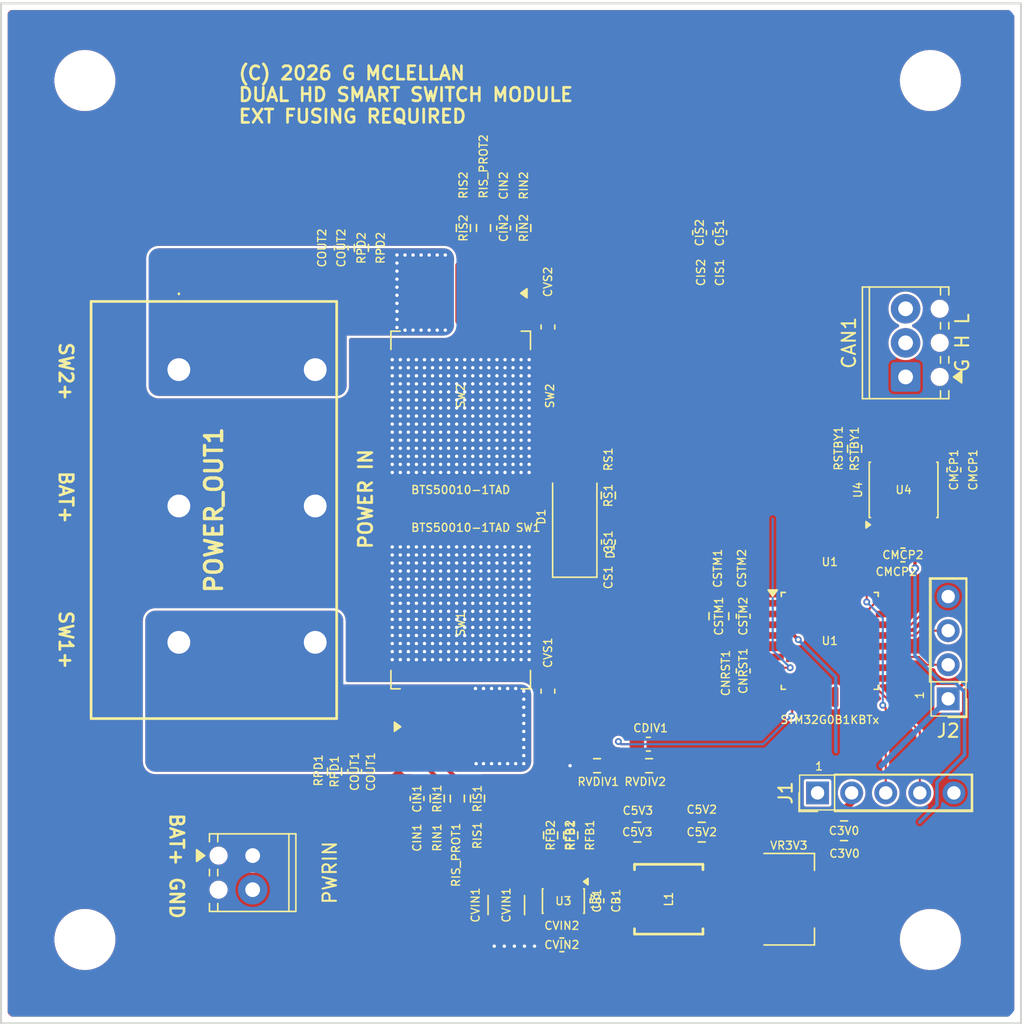
<source format=kicad_pcb>
(kicad_pcb (version 20241229) (generator "pcbnew") (generator_version "9.0")
  (layers (0 "F.Cu" signal) (2 "B.Cu" signal) (13 "F.Paste" user) (15 "B.Paste" user) (5 "F.SilkS" user "F.Silkscreen") (7 "B.SilkS" user "B.Silkscreen") (1 "F.Mask" user) (3 "B.Mask" user) (25 "Edge.Cuts" user))
  (net 0 "")
  (net 1 "GND")
  (net 2 "+3.3V")
  (net 3 "Net-(CS1-Pad1)")
  (net 4 "+12V")
  (net 5 "+5V")
  (net 6 "Net-(U4-STBY)")
  (net 7 "/SW1OUT")
  (net 8 "/SW1IS_PD")
  (net 9 "/SW1IN")
  (net 10 "Net-(SW2-IN)")
  (net 11 "Net-(SW1-IN)")
  (net 12 "/SW2OUT")
  (net 13 "/SW2IS")
  (net 14 "/SW2IN")
  (net 15 "/SW1IS")
  (net 18 "/CAN1_RX")
  (net 19 "/USART1_RX")
  (net 21 "/VS")
  (net 24 "/CAN1_TX")
  (net 38 "/USART1_TX")
  (net 40 "/CAN_H")
  (net 41 "/CAN_L")
  (net 42 "/SWCLK")
  (net 43 "/SWDIO")
  (net 44 "/NRST")
  (net 45 "/SW")
  (net 46 "/CB")
  (net 47 "/FB")
  (net 48 "/SW2IS_PD")
  (footprint "Resistor_SMD:R_0603_1608Metric_Pad0.98x0.95mm_HandSolder" (layer "F.Cu") (at 95.5 81.25 90)
    (property "Reference" "RIN1")
    (property "Value" "4K7" (hide yes))
  )
  (footprint "Capacitor_SMD:C_0805_2012Metric_Pad1.18x1.45mm_HandSolder" (layer "F.Cu") (at 116.4875 67.6625 90)
    (property "Reference" "CSTM1")
    (property "Value" "4u7" (hide yes))
  )
  (footprint "Resistor_SMD:R_0603_1608Metric_Pad0.98x0.95mm_HandSolder" (layer "F.Cu") (at 98.95 38.7375 -90)
    (property "Reference" "RIS_PROT2")
    (property "Value" "4K7" (hide yes))
  )
  (footprint "Resistor_SMD:R_0603_1608Metric_Pad0.98x0.95mm_HandSolder" (layer "F.Cu") (at 111.2875 78.8 180)
    (property "Reference" "RVDIV2")
    (property "Value" "4K7" (hide yes))
  )
  (footprint "Resistor_SMD:R_0603_1608Metric_Pad0.98x0.95mm_HandSolder" (layer "F.Cu") (at 105.45 83.9875 -90)
    (property "Reference" "RFB1")
    (property "Value" "115K" (hide yes))
  )
  (footprint "Package_TO_SOT_SMD:TO-263-7_TabPin4" (layer "F.Cu") (at 97.25 68.25 90)
    (property "Reference" "SW1")
    (property "Value" "BTS50010-1TAD")
  )
  (footprint "TerminalBlock_Phoenix:TerminalBlock_Phoenix_MPT-0,5-2-2.54_1x02_P2.54mm_Horizontal" (layer "F.Cu") (at 81.75 85.5 -90)
    (property "Reference" "J3" (hide yes))
    (property "Value" "PWRIN")
  )
  (footprint "Capacitor_SMD:C_0603_1608Metric_Pad1.08x0.95mm_HandSolder" (layer "F.Cu") (at 116.55 39.0875 -90)
    (property "Reference" "CIS1")
    (property "Value" "100n" (hide yes))
  )
  (footprint "Package_QFP:LQFP-32_7x7mm_P0.8mm" (layer "F.Cu") (at 124.75 69.5)
    (property "Reference" "U1")
    (property "Value" "STM32G0B1KBTx")
  )
  (footprint "Capacitor_SMD:C_0603_1608Metric_Pad1.08x0.95mm_HandSolder" (layer "F.Cu") (at 118.3 67.6625 90)
    (property "Reference" "CSTM2")
    (property "Value" "100n" (hide yes))
  )
  (footprint "Resistor_SMD:R_0603_1608Metric_Pad0.98x0.95mm_HandSolder" (layer "F.Cu") (at 107.4125 78.8 180)
    (property "Reference" "RVDIV1")
    (property "Value" "10K" (hide yes))
  )
  (footprint "Capacitor_SMD:C_0603_1608Metric_Pad1.08x0.95mm_HandSolder" (layer "F.Cu") (at 111.2375 77.2)
    (property "Reference" "CDIV1")
    (property "Value" "100n" (hide yes))
  )
  (footprint "Resistor_SMD:R_0603_1608Metric_Pad0.98x0.95mm_HandSolder" (layer "F.Cu") (at 103.95 83.9875 -90)
    (property "Reference" "RFB2")
    (property "Value" "22K1" (hide yes))
  )
  (footprint "MountingHole:MountingHole_4.3mm_M4" (layer "F.Cu") (at 132.25 91.75)
    (property "Reference" "H4" (hide yes))
    (property "Value" "M4 4.3mm" (hide yes))
  )
  (footprint "Package_TO_SOT_SMD:TO-263-7_TabPin4" (layer "F.Cu") (at 97.25 51.25 -90)
    (property "Reference" "SW2")
    (property "Value" "BTS50010-1TAD")
  )
  (footprint "PCM_SparkFun-Semiconductor-Standard:SOT-223-3_TabPin2" (layer "F.Cu") (at 121.7 88.75)
    (property "Reference" "VR3V3")
    (property "Value" "NCV1117ST33" (hide yes))
  )
  (footprint "Resistor_SMD:R_0603_1608Metric_Pad0.98x0.95mm_HandSolder" (layer "F.Cu") (at 87.85 79.2375 90)
    (property "Reference" "RPD1")
    (property "Value" "47K" (hide yes))
  )
  (footprint "Capacitor_SMD:C_0603_1608Metric_Pad1.08x0.95mm_HandSolder" (layer "F.Cu") (at 89.35 79.2375 -90)
    (property "Reference" "COUT1")
    (property "Value" "10n" (hide yes))
  )
  (footprint "Resistor_SMD:R_0603_1608Metric_Pad0.98x0.95mm_HandSolder" (layer "F.Cu") (at 108.25 58.6625 90)
    (property "Reference" "RS1")
    (property "Value" "3R9" (hide yes))
  )
  (footprint "Resistor_SMD:R_0603_1608Metric_Pad0.98x0.95mm_HandSolder" (layer "F.Cu") (at 126.6 55.1875 -90)
    (property "Reference" "RSTBY1")
    (property "Value" "10K" (hide yes))
  )
  (footprint "TerminalBlock_Phoenix:TerminalBlock_Phoenix_MPT-0,5-3-2.54_1x03_P2.54mm_Horizontal" (layer "F.Cu") (at 130.4 49.835 90)
    (property "Reference" "CAN1")
    (property "Value" "G H L")
  )
  (footprint "SamacSys_Parts:SRP5030HMT2R2M" (layer "F.Cu") (at 112.75 88.75 -90)
    (property "Reference" "L1")
    (property "Value" "8.2 uH 55.2 mOhm" (hide yes))
  )
  (footprint "Capacitor_SMD:C_0603_1608Metric_Pad1.08x0.95mm_HandSolder" (layer "F.Cu") (at 118.3 71.7375 -90)
    (property "Reference" "CNRST1")
    (property "Value" "100n" (hide yes))
  )
  (footprint "Capacitor_SMD:C_0603_1608Metric_Pad1.08x0.95mm_HandSolder" (layer "F.Cu") (at 88.35 40.225 90)
    (property "Reference" "COUT2")
    (property "Value" "10n" (hide yes))
  )
  (footprint "MountingHole:MountingHole_4.3mm_M4" (layer "F.Cu") (at 69.25 27.75)
    (property "Reference" "H1" (hide yes))
    (property "Value" "M4 4.3mm" (hide yes))
  )
  (footprint "Capacitor_SMD:C_0603_1608Metric_Pad1.08x0.95mm_HandSolder" (layer "F.Cu") (at 104.7875 92.15)
    (property "Reference" "CVIN2")
    (property "Value" "100n" (hide yes))
  )
  (footprint "Package_SO:SOIC-8_3.9x4.9mm_P1.27mm" (layer "F.Cu") (at 130.25 58.25 90)
    (property "Reference" "U4")
    (property "Value" "MCP2562" (hide yes))
  )
  (footprint "Connector_PinHeader_2.54mm:PinHeader_1x04_P2.54mm_Vertical" (layer "F.Cu") (at 133.573 73.82 180)
    (property "Reference" "J2")
    (property "Value" "USART1")
  )
  (footprint "SamacSys_Parts:VP0365840000G" (layer "F.Cu") (at 76.25 49.29 -90)
    (property "Reference" "POWER_OUT1")
    (property "Value" "VP0365840000G" (hide yes))
  )
  (footprint "Resistor_SMD:R_0603_1608Metric_Pad0.98x0.95mm_HandSolder" (layer "F.Cu") (at 101.95 38.7375 -90)
    (property "Reference" "RIN2")
    (property "Value" "4K7" (hide yes))
  )
  (footprint "Capacitor_SMD:C_0603_1608Metric_Pad1.08x0.95mm_HandSolder" (layer "F.Cu") (at 134 56.7625 -90)
    (property "Reference" "CMCP1")
    (property "Value" "100n" (hide yes))
  )
  (footprint "MountingHole:MountingHole_4.3mm_M4" (layer "F.Cu") (at 69.25 91.75)
    (property "Reference" "H2" (hide yes))
    (property "Value" "M4 4.3mm" (hide yes))
  )
  (footprint "Capacitor_SMD:C_0603_1608Metric_Pad1.08x0.95mm_HandSolder" (layer "F.Cu") (at 103.75 46.1125 90)
    (property "Reference" "CVS2")
    (property "Value" "100n" (hide yes))
  )
  (footprint "Resistor_SMD:R_0603_1608Metric_Pad0.98x0.95mm_HandSolder" (layer "F.Cu") (at 97.45 38.7375 -90)
    (property "Reference" "RIS2")
    (property "Value" "1K0" (hide yes))
  )
  (footprint "Capacitor_SMD:C_0603_1608Metric_Pad1.08x0.95mm_HandSolder" (layer "F.Cu") (at 103.75 73.25 -90)
    (property "Reference" "CVS1")
    (property "Value" "100n" (hide yes))
  )
  (footprint "Diode_SMD:D_SMA_Handsoldering" (layer "F.Cu") (at 105.75 60.25 90)
    (property "Reference" "D1")
    (property "Value" "33V" (hide yes))
  )
  (footprint "Capacitor_SMD:C_0603_1608Metric_Pad1.08x0.95mm_HandSolder" (layer "F.Cu") (at 107.4 88.8625 -90)
    (property "Reference" "CB1")
    (property "Value" "100n" (hide yes))
  )
  (footprint "Resistor_SMD:R_0603_1608Metric_Pad0.98x0.95mm_HandSolder" (layer "F.Cu") (at 97 81.25 90)
    (property "Reference" "RIS_PROT1" (hide yes))
    (property "Value" "4K7" (hide yes))
  )
  (footprint "Capacitor_SMD:C_0603_1608Metric_Pad1.08x0.95mm_HandSolder" (layer "F.Cu") (at 108.25 62.1375 -90)
    (property "Reference" "CS1")
    (property "Value" "4u7" (hide yes))
  )
  (footprint "Capacitor_SMD:C_0603_1608Metric_Pad1.08x0.95mm_HandSolder" (layer "F.Cu") (at 130.2 63.1 180)
    (property "Reference" "CMCP2")
    (property "Value" "100n" (hide yes))
  )
  (footprint "MountingHole:MountingHole_4.3mm_M4" (layer "F.Cu") (at 132.25 27.75)
    (property "Reference" "H3" (hide yes))
    (property "Value" "M4 4.3mm" (hide yes))
  )
  (footprint "Capacitor_SMD:C_0805_2012Metric_Pad1.18x1.45mm_HandSolder" (layer "F.Cu") (at 115.2125 83.75)
    (property "Reference" "C5V2")
    (property "Value" "10u" (hide yes))
  )
  (footprint "Resistor_SMD:R_0603_1608Metric_Pad0.98x0.95mm_HandSolder" (layer "F.Cu") (at 98.5 81.25 90)
    (property "Reference" "RIS1")
    (property "Value" "1K0" (hide yes))
  )
  (footprint "Capacitor_SMD:C_0805_2012Metric_Pad1.18x1.45mm_HandSolder" (layer "F.Cu") (at 110.4125 83.75 180)
    (property "Reference" "C5V3")
    (property "Value" "10u" (hide yes))
  )
  (footprint "Capacitor_SMD:C_1210_3225Metric_Pad1.33x2.70mm_HandSolder" (layer "F.Cu") (at 100.65 89.1875 90)
    (property "Reference" "CVIN1")
    (property "Value" "4u7" (hide yes))
  )
  (footprint "Capacitor_SMD:C_0805_2012Metric_Pad1.18x1.45mm_HandSolder" (layer "F.Cu") (at 125.8125 83.65)
    (property "Reference" "C3V0")
    (property "Value" "10u" (hide yes))
  )
  (footprint "Capacitor_SMD:C_0603_1608Metric_Pad1.08x0.95mm_HandSolder" (layer "F.Cu") (at 115.05 39.0875 -90)
    (property "Reference" "CIS2")
    (property "Value" "100n" (hide yes))
  )
  (footprint "Resistor_SMD:R_0603_1608Metric_Pad0.98x0.95mm_HandSolder" (layer "F.Cu") (at 89.85 40.225 -90)
    (property "Reference" "RPD2")
    (property "Value" "47K" (hide yes))
  )
  (footprint "Connector_PinHeader_2.54mm:PinHeader_1x05_P2.54mm_Vertical" (layer "F.Cu") (at 123.84 80.827 90)
    (property "Reference" "J1")
    (property "Value" "SWD")
  )
  (footprint "Capacitor_SMD:C_0603_1608Metric_Pad1.08x0.95mm_HandSolder" (layer "F.Cu") (at 94 81.25 -90)
    (property "Reference" "CIN1")
    (property "Value" "150n" (hide yes))
  )
  (footprint "Package_TO_SOT_SMD:SOT-23-6" (layer "F.Cu") (at 104.9 88.8875 -90)
    (property "Reference" "U3")
    (property "Value" "LMR54410" (hide yes))
  )
  (footprint "Capacitor_SMD:C_0603_1608Metric_Pad1.08x0.95mm_HandSolder" (layer "F.Cu") (at 100.45 38.7375 90)
    (property "Reference" "CIN2")
    (property "Value" "150n" (hide yes))
  )
  (gr_rect (start 122.5 79.5) (end 135.3 82.1) (stroke (width 0.1)) (fill no) (layer "F.SilkS"))
  (gr_rect (start 132.3 64.9) (end 134.9 75.1) (stroke (width 0.1)) (fill no) (layer "F.SilkS"))
  (gr_rect (start 63 22) (end 139 98) (stroke (width 0.1524)) (fill no) (layer "Edge.Cuts"))
  (gr_text "BAT+" (at 67.25 56.75 270) (layer "F.SilkS") (effects (font (size 1 1) (thickness 0.2) (bold yes)) (justify left bottom)))
  (gr_text "POWER IN" (at 90.75 62.75 90) (layer "F.SilkS") (effects (font (size 1 1) (thickness 0.2) (bold yes)) (justify left bottom)))
  (gr_text "SW2+" (at 67.25 47.16 270) (layer "F.SilkS") (effects (font (size 1 1) (thickness 0.2) (bold yes)) (justify left bottom)))
  (gr_text "1" (at 131.8 73.9 90) (layer "F.SilkS") (effects (font (size 0.6 0.6) (thickness 0.1)) (justify left bottom)))
  (gr_text "SW1+\n" (at 67.25 67.16 270) (layer "F.SilkS") (effects (font (size 1 1) (thickness 0.2) (bold yes)) (justify left bottom)))
  (gr_text "GND" (at 75.5 87 270) (layer "F.SilkS") (effects (font (size 1 1) (thickness 0.2) (bold yes)) (justify left bottom)))
  (gr_text "BAT+" (at 75.5 82.25 270) (layer "F.SilkS") (effects (font (size 1 1) (thickness 0.2) (bold yes)) (justify left bottom)))
  (gr_text "(C) 2026 G MCLELLAN\nDUAL HD SMART SWITCH MODULE\nEXT FUSING REQUIRED" (at 80.6 31 0) (layer "F.SilkS") (effects (font (size 1 1) (thickness 0.2) (bold yes)) (justify left bottom)))
  (gr_text "1" (at 123.6 79.2 0) (layer "F.SilkS") (effects (font (size 0.6 0.6) (thickness 0.1)) (justify left bottom)))
  (segment (start 106 63) (end 105.75 62.75) (width 0.508) (layer "F.Cu") (net 1))
  (segment (start 108.25 63) (end 106 63) (width 0.508) (layer "F.Cu") (net 1))
  (segment (start 93.44 75.9) (end 93.44 77.96) (width 0.508) (layer "F.Cu") (net 1))
  (segment (start 93.44 77.96) (end 93.4 78) (width 0.508) (layer "F.Cu") (net 1))
  (segment (start 110 63) (end 110.25 63.25) (width 0.508) (layer "F.Cu") (net 1))
  (segment (start 93.4 78) (end 92.6 78.8) (width 0.508) (layer "F.Cu") (net 1))
  (segment (start 108.25 63) (end 110 63) (width 0.508) (layer "F.Cu") (net 1))
  (segment (start 92.6 78.8) (end 92.6 80.2) (width 0.508) (layer "F.Cu") (net 1))
  (segment (start 119.5 69.1) (end 118.925 68.525) (width 0.254) (layer "F.Cu") (net 2))
  (segment (start 124.85 88.75) (end 124.775 88.675) (width 0.508) (layer "F.Cu") (net 2))
  (segment (start 120.575 69.1) (end 122.1 69.1) (width 0.254) (layer "F.Cu") (net 2))
  (segment (start 124.775 83.65) (end 124.775 83.125) (width 0.508) (layer "F.Cu") (net 2))
  (segment (start 120.575 69.1) (end 119.5 69.1) (width 0.254) (layer "F.Cu") (net 2))
  (segment (start 135.2 56.5) (end 135.2 72.193) (width 0.254) (layer "F.Cu") (net 2))
  (segment (start 132.28 55.9) (end 132.155 55.775) (width 0.1524) (layer "F.Cu") (net 2))
  (segment (start 134.6 55.9) (end 135.2 56.5) (width 0.254) (layer "F.Cu") (net 2))
  (segment (start 126.38 81.52) (end 126.38 80.827) (width 0.508) (layer "F.Cu") (net 2))
  (segment (start 134 55.9) (end 134.6 55.9) (width 0.254) (layer "F.Cu") (net 2))
  (segment (start 124.775 88.675) (end 124.775 83.65) (width 0.508) (layer "F.Cu") (net 2))
  (segment (start 134 55.9) (end 132.28 55.9) (width 0.254) (layer "F.Cu") (net 2))
  (segment (start 124.775 83.125) (end 126.38 81.52) (width 0.508) (layer "F.Cu") (net 2))
  (segment (start 116.6625 68.525) (end 116.4875 68.7) (width 0.1524) (layer "F.Cu") (net 2))
  (segment (start 124.85 88.75) (end 118.55 88.75) (width 0.406) (layer "F.Cu") (net 2))
  (segment (start 122.1 69.1) (end 122.4 69.4) (width 0.254) (layer "F.Cu") (net 2))
  (segment (start 118.3 68.525) (end 116.6625 68.525) (width 0.254) (layer "F.Cu") (net 2))
  (segment (start 118.925 68.525) (end 118.3 68.525) (width 0.254) (layer "F.Cu") (net 2))
  (segment (start 135.2 72.193) (end 133.573 73.82) (width 0.254) (layer "F.Cu") (net 2))
  (via (at 122.4 69.4) (size 0.508) (drill 0.254) (layers "F.Cu" "B.Cu") (net 2))
  (segment (start 122.4 69.4) (end 125.2 72.2) (width 0.254) (layer "B.Cu") (net 2))
  (segment (start 133.573 73.82) (end 128.593 78.8) (width 0.406) (layer "B.Cu") (net 2))
  (segment (start 125.2 72.2) (end 125.2 77.75) (width 0.254) (layer "B.Cu") (net 2))
  (segment (start 108.25 59.575) (end 108.25 61.275) (width 0.305) (layer "F.Cu") (net 3))
  (segment (start 99.75 92.25) (end 100.5 92.25) (width 0.508) (layer "F.Cu") (net 4))
  (segment (start 103.825 92.25) (end 103.925 92.15) (width 0.508) (layer "F.Cu") (net 4))
  (segment (start 101.25 92.25) (end 100.5 92.25) (width 0.508) (layer "F.Cu") (net 4))
  (segment (start 100.5 90.9) (end 100.65 90.75) (width 0.508) (layer "F.Cu") (net 4))
  (segment (start 104.9 90.025) (end 103.95 90.025) (width 0.508) (layer "F.Cu") (net 4))
  (segment (start 102.75 92.25) (end 102 92.25) (width 0.508) (layer "F.Cu") (net 4))
  (segment (start 106.5 78.8) (end 105.4 78.8) (width 0.305) (layer "F.Cu") (net 4))
  (segment (start 103.95 92.125) (end 103.925 92.15) (width 0.508) (layer "F.Cu") (net 4))
  (segment (start 102 92.25) (end 101.25 92.25) (width 0.508) (layer "F.Cu") (net 4))
  (segment (start 100.5 92.25) (end 100.5 90.9) (width 0.508) (layer "F.Cu") (net 4))
  (segment (start 103.95 90.025) (end 103.95 92.125) (width 0.508) (layer "F.Cu") (net 4))
  (segment (start 102.75 92.25) (end 103.825 92.25) (width 0.508) (layer "F.Cu") (net 4))
  (via (at 99.95 62.5) (size 0.508) (drill 0.254) (layers "F.Cu" "B.Cu") (net 4))
  (via (at 98.15 56.35) (size 0.508) (drill 0.254) (layers "F.Cu" "B.Cu") (net 4))
  (via (at 93.35 67.9) (size 0.508) (drill 0.254) (layers "F.Cu" "B.Cu") (net 4))
  (via (at 100.55 52.15) (size 0.508) (drill 0.254) (layers "F.Cu" "B.Cu") (net 4))
  (via (at 98.75 49.75) (size 0.508) (drill 0.254) (layers "F.Cu" "B.Cu") (net 4))
  (via (at 92.75 66.1) (size 0.508) (drill 0.254) (layers "F.Cu" "B.Cu") (net 4))
  (via (at 93.95 50.35) (size 0.508) (drill 0.254) (layers "F.Cu" "B.Cu") (net 4))
  (via (at 93.95 52.75) (size 0.508) (drill 0.254) (layers "F.Cu" "B.Cu") (net 4))
  (via (at 101.75 67.9) (size 0.508) (drill 0.254) (layers "F.Cu" "B.Cu") (net 4))
  (via (at 92.15 64.9) (size 0.508) (drill 0.254) (layers "F.Cu" "B.Cu") (net 4))
  (via (at 100.55 54.55) (size 0.508) (drill 0.254) (layers "F.Cu" "B.Cu") (net 4))
  (via (at 100.55 62.5) (size 0.508) (drill 0.254) (layers "F.Cu" "B.Cu") (net 4))
  (via (at 99.35 66.7) (size 0.508) (drill 0.254) (layers "F.Cu" "B.Cu") (net 4))
  (via (at 92.75 63.7) (size 0.508) (drill 0.254) (layers "F.Cu" "B.Cu") (net 4))
  (via (at 102.35 68.5) (size 0.508) (drill 0.254) (layers "F.Cu" "B.Cu") (net 4))
  (via (at 92.15 55.75) (size 0.508) (drill 0.254) (layers "F.Cu" "B.Cu") (net 4))
  (via (at 96.95 53.95) (size 0.508) (drill 0.254) (layers "F.Cu" "B.Cu") (net 4))
  (via (at 99.35 64.9) (size 0.508) (drill 0.254) (layers "F.Cu" "B.Cu") (net 4))
  (via (at 100.55 49.75) (size 0.508) (drill 0.254) (layers "F.Cu" "B.Cu") (net 4))
  (via (at 95.15 66.1) (size 0.508) (drill 0.254) (layers "F.Cu" "B.Cu") (net 4))
  (via (at 93.95 64.3) (size 0.508) (drill 0.254) (layers "F.Cu" "B.Cu") (net 4))
  (via (at 98.15 66.7) (size 0.508) (drill 0.254) (layers "F.Cu" "B.Cu") (net 4))
  (via (at 95.15 56.35) (size 0.508) (drill 0.254) (layers "F.Cu" "B.Cu") (net 4))
  (via (at 102.35 51.55) (size 0.508) (drill 0.254) (layers "F.Cu" "B.Cu") (net 4))
  (via (at 98.15 52.15) (size 0.508) (drill 0.254) (layers "F.Cu" "B.Cu") (net 4))
  (via (at 98.75 50.95) (size 0.508) (drill 0.254) (layers "F.Cu" "B.Cu") (net 4))
  (via (at 94.55 54.55) (size 0.508) (drill 0.254) (layers "F.Cu" "B.Cu") (net 4))
  (via (at 92.15 53.95) (size 0.508) (drill 0.254) (layers "F.Cu" "B.Cu") (net 4))
  (via (at 100.55 48.55) (size 0.508) (drill 0.254) (layers "F.Cu" "B.Cu") (net 4))
  (via (at 96.95 49.75) (size 0.508) (drill 0.254) (layers "F.Cu" "B.Cu") (net 4))
  (via (at 102.35 69.7) (size 0.508) (drill 0.254) (layers "F.Cu" "B.Cu") (net 4))
  (via (at 96.95 65.5) (size 0.508) (drill 0.254) (layers "F.Cu" "B.Cu") (net 4))
  (via (at 98.15 67.3) (size 0.508) (drill 0.254) (layers "F.Cu" "B.Cu") (net 4))
  (via (at 95.15 70.9) (size 0.508) (drill 0.254) (layers "F.Cu" "B.Cu") (net 4))
  (via (at 98.15 53.95) (size 0.508) (drill 0.254) (layers "F.Cu" "B.Cu") (net 4))
  (via (at 96.35 62.5) (size 0.508) (drill 0.254) (layers "F.Cu" "B.Cu") (net 4))
  (via (at 95.15 56.95) (size 0.508) (drill 0.254) (layers "F.Cu" "B.Cu") (net 4))
  (via (at 92.15 66.7) (size 0.508) (drill 0.254) (layers "F.Cu" "B.Cu") (net 4))
  (via (at 92.75 64.3) (size 0.508) (drill 0.254) (layers "F.Cu" "B.Cu") (net 4))
  (via (at 97.55 63.1) (size 0.508) (drill 0.254) (layers "F.Cu" "B.Cu") (net 4))
  (via (at 99.35 56.95) (size 0.508) (drill 0.254) (layers "F.Cu" "B.Cu") (net 4))
  (via (at 98.75 65.5) (size 0.508) (drill 0.254) (layers "F.Cu" "B.Cu") (net 4))
  (via (at 95.75 48.55) (size 0.508) (drill 0.254) (layers "F.Cu" "B.Cu") (net 4))
  (via (at 92.75 67.3) (size 0.508) (drill 0.254) (layers "F.Cu" "B.Cu") (net 4))
  (via (at 97.55 54.55) (size 0.508) (drill 0.254) (layers "F.Cu" "B.Cu") (net 4))
  (via (at 101.75 70.3) (size 0.508) (drill 0.254) (layers "F.Cu" "B.Cu") (net 4))
  (via (at 94.55 62.5) (size 0.508) (drill 0.254) (layers "F.Cu" "B.Cu") (net 4))
  (via (at 96.35 67.9) (size 0.508) (drill 0.254) (layers "F.Cu" "B.Cu") (net 4))
  (via (at 99.95 55.75) (size 0.508) (drill 0.254) (layers "F.Cu" "B.Cu") (net 4))
  (via (at 99.95 50.35) (size 0.508) (drill 0.254) (layers "F.Cu" "B.Cu") (net 4))
  (via (at 96.35 63.7) (size 0.508) (drill 0.254) (layers "F.Cu" "B.Cu") (net 4))
  (via (at 93.95 63.7) (size 0.508) (drill 0.254) (layers "F.Cu" "B.Cu") (net 4))
  (via (at 99.35 67.9) (size 0.508) (drill 0.254) (layers "F.Cu" "B.Cu") (net 4))
  (via (at 98.15 52.75) (size 0.508) (drill 0.254) (layers "F.Cu" "B.Cu") (net 4))
  (via (at 97.55 51.55) (size 0.508) (drill 0.254) (layers "F.Cu" "B.Cu") (net 4))
  (via (at 96.35 50.35) (size 0.508) (drill 0.254) (layers "F.Cu" "B.Cu") (net 4))
  (via (at 99.95 49.75) (size 0.508) (drill 0.254) (layers "F.Cu" "B.Cu") (net 4))
  (via (at 96.95 52.75) (size 0.508) (drill 0.254) (layers "F.Cu" "B.Cu") (net 4))
  (via (at 93.95 48.55) (size 0.508) (drill 0.254) (layers "F.Cu" "B.Cu") (net 4))
  (via (at 95.75 67.3) (size 0.508) (drill 0.254) (layers "F.Cu" "B.Cu") (net 4))
  (via (at 99.35 65.5) (size 0.508) (drill 0.254) (layers "F.Cu" "B.Cu") (net 4))
  (via (at 99.95 68.5) (size 0.508) (drill 0.254) (layers "F.Cu" "B.Cu") (net 4))
  (via (at 93.35 69.1) (size 0.508) (drill 0.254) (layers "F.Cu" "B.Cu") (net 4))
  (via (at 93.35 63.1) (size 0.508) (drill 0.254) (layers "F.Cu" "B.Cu") (net 4))
  (via (at 92.75 65.5) (size 0.508) (drill 0.254) (layers "F.Cu" "B.Cu") (net 4))
  (via (at 97.55 69.7) (size 0.508) (drill 0.254) (layers "F.Cu" "B.Cu") (net 4))
  (via (at 101.15 49.15) (size 0.508) (drill 0.254) (layers "F.Cu" "B.Cu") (net 4))
  (via (at 93.35 55.15) (size 0.508) (drill 0.254) (layers "F.Cu" "B.Cu") (net 4))
  (via (at 92.15 53.35) (size 0.508) (drill 0.254) (layers "F.Cu" "B.Cu") (net 4))
  (via (at 92.15 67.9) (size 0.508) (drill 0.254) (layers "F.Cu" "B.Cu") (net 4))
  (via (at 95.15 52.75) (size 0.508) (drill 0.254) (layers "F.Cu" "B.Cu") (net 4))
  (via (at 93.35 50.35) (size 0.508) (drill 0.254) (layers "F.Cu" "B.Cu") (net 4))
  (via (at 98.15 48.55) (size 0.508) (drill 0.254) (layers "F.Cu" "B.Cu") (net 4))
  (via (at 102.35 67.3) (size 0.508) (drill 0.254) (layers "F.Cu" "B.Cu") (net 4))
  (via (at 96.95 50.35) (size 0.508) (drill 0.254) (layers "F.Cu" "B.Cu") (net 4))
  (via (at 97.55 65.5) (size 0.508) (drill 0.254) (layers "F.Cu" "B.Cu") (net 4))
  (via (at 102.35 52.15) (size 0.508) (drill 0.254) (layers "F.Cu" "B.Cu") (net 4))
  (via (at 92.75 66.7) (size 0.508) (drill 0.254) (layers "F.Cu" "B.Cu") (net 4))
  (via (at 100.55 70.9) (size 0.508) (drill 0.254) (layers "F.Cu" "B.Cu") (net 4))
  (via (at 101.75 53.95) (size 0.508) (drill 0.254) (layers "F.Cu" "B.Cu") (net 4))
  (via (at 95.75 64.9) (size 0.508) (drill 0.254) (layers "F.Cu" "B.Cu") (net 4))
  (via (at 92.75 62.5) (size 0.508) (drill 0.254) (layers "F.Cu" "B.Cu") (net 4))
  (via (at 102.35 64.9) (size 0.508) (drill 0.254) (layers "F.Cu" "B.Cu") (net 4))
  (via (at 101.75 54.55) (size 0.508) (drill 0.254) (layers "F.Cu" "B.Cu") (net 4))
  (via (at 96.95 67.3) (size 0.508) (drill 0.254) (layers "F.Cu" "B.Cu") (net 4))
  (via (at 96.35 53.95) (size 0.508) (drill 0.254) (layers "F.Cu" "B.Cu") (net 4))
  (via (at 101.15 49.75) (size 0.508) (drill 0.254) (layers "F.Cu" "B.Cu") (net 4))
  (via (at 92.15 69.1) (size 0.508) (drill 0.254) (layers "F.Cu" "B.Cu") (net 4))
  (via (at 94.55 52.75) (size 0.508) (drill 0.254) (layers "F.Cu" "B.Cu") (net 4))
  (via (at 100.55 53.95) (size 0.508) (drill 0.254) (layers "F.Cu" "B.Cu") (net 4))
  (via (at 98.15 70.9) (size 0.508) (drill 0.254) (layers "F.Cu" "B.Cu") (net 4))
  (via (at 96.35 66.7) (size 0.508) (drill 0.254) (layers "F.Cu" "B.Cu") (net 4))
  (via (at 93.95 66.1) (size 0.508) (drill 0.254) (layers "F.Cu" "B.Cu") (net 4))
  (via (at 101.15 66.1) (size 0.508) (drill 0.254) (layers "F.Cu" "B.Cu") (net 4))
  (via (at 99.35 56.35) (size 0.508) (drill 0.254) (layers "F.Cu" "B.Cu") (net 4))
  (via (at 100.5 92.25) (size 0.508) (drill 0.254) (layers "F.Cu" "B.Cu") (net 4))
  (via (at 99.95 55.15) (size 0.508) (drill 0.254) (layers "F.Cu" "B.Cu") (net 4))
  (via (at 93.35 69.7) (size 0.508) (drill 0.254) (layers "F.Cu" "B.Cu") (net 4))
  (via (at 100.55 63.1) (size 0.508) (drill 0.254) (layers "F.Cu" "B.Cu") (net 4))
  (via (at 92.15 49.15) (size 0.508) (drill 0.254) (layers "F.Cu" "B.Cu") (net 4))
  (via (at 97.55 49.15) (size 0.508) (drill 0.254) (layers "F.Cu" "B.Cu") (net 4))
  (via (at 95.15 67.3) (size 0.508) (drill 0.254) (layers "F.Cu" "B.Cu") (net 4))
  (via (at 95.15 54.55) (size 0.508) (drill 0.254) (layers "F.Cu" "B.Cu") (net 4))
  (via (at 100.55 49.15) (size 0.508) (drill 0.254) (layers "F.Cu" "B.Cu") (net 4))
  (via (at 92.15 67.3) (size 0.508) (drill 0.254) (layers "F.Cu" "B.Cu") (net 4))
  (via (at 97.55 64.9) (size 0.508) (drill 0.254) (layers "F.Cu" "B.Cu") (net 4))
  (via (at 93.35 64.9) (size 0.508) (drill 0.254) (layers "F.Cu" "B.Cu") (net 4))
  (via (at 93.95 66.7) (size 0.508) (drill 0.254) (layers "F.Cu" "B.Cu") (net 4))
  (via (at 97.55 66.1) (size 0.508) (drill 0.254) (layers "F.Cu" "B.Cu") (net 4))
  (via (at 93.35 64.3) (size 0.508) (drill 0.254) (layers "F.Cu" "B.Cu") (net 4))
  (via (at 92.75 53.35) (size 0.508) (drill 0.254) (layers "F.Cu" "B.Cu") (net 4))
  (via (at 101.15 52.75) (size 0.508) (drill 0.254) (layers "F.Cu" "B.Cu") (net 4))
  (via (at 102.35 56.35) (size 0.508) (drill 0.254) (layers "F.Cu" "B.Cu") (net 4))
  (via (at 95.75 56.35) (size 0.508) (drill 0.254) (layers "F.Cu" "B.Cu") (net 4))
  (via (at 94.55 50.35) (size 0.508) (drill 0.254) (layers "F.Cu" "B.Cu") (net 4))
  (via (at 92.75 51.55) (size 0.508) (drill 0.254) (layers "F.Cu" "B.Cu") (net 4))
  (via (at 96.35 67.3) (size 0.508) (drill 0.254) (layers "F.Cu" "B.Cu") (net 4))
  (via (at 93.35 53.95) (size 0.508) (drill 0.254) (layers "F.Cu" "B.Cu") (net 4))
  (via (at 98.75 52.15) (size 0.508) (drill 0.254) (layers "F.Cu" "B.Cu") (net 4))
  (via (at 102.35 50.35) (size 0.508) (drill 0.254) (layers "F.Cu" "B.Cu") (net 4))
  (via (at 93.95 65.5) (size 0.508) (drill 0.254) (layers "F.Cu" "B.Cu") (net 4))
  (via (at 96.35 65.5) (size 0.508) (drill 0.254) (layers "F.Cu" "B.Cu") (net 4))
  (via (at 99.35 70.3) (size 0.508) (drill 0.254) (layers "F.Cu" "B.Cu") (net 4))
  (via (at 96.95 51.55) (size 0.508) (drill 0.254) (layers "F.Cu" "B.Cu") (net 4))
  (via (at 99.35 48.55) (size 0.508) (drill 0.254) (layers "F.Cu" "B.Cu") (net 4))
  (via (at 100.55 51.55) (size 0.508) (drill 0.254) (layers "F.Cu" "B.Cu") (net 4))
  (via (at 92.75 55.15) (size 0.508) (drill 0.254) (layers "F.Cu" "B.Cu") (net 4))
  (via (at 101.15 69.7) (size 0.508) (drill 0.254) (layers "F.Cu" "B.Cu") (net 4))
  (via (at 93.95 69.7) (size 0.508) (drill 0.254) (layers "F.Cu" "B.Cu") (net 4))
  (via (at 97.55 50.95) (size 0.508) (drill 0.254) (layers "F.Cu" "B.Cu") (net 4))
  (via (at 99.75 92.25) (size 0.508) (drill 0.254) (layers "F.Cu" "B.Cu") (net 4))
  (via (at 101.15 70.9) (size 0.508) (drill 0.254) (layers "F.Cu" "B.Cu") (net 4))
  (via (at 98.75 66.1) (size 0.508) (drill 0.254) (layers "F.Cu" "B.Cu") (net 4))
  (via (at 98.75 55.75) (size 0.508) (drill 0.254) (layers "F.Cu" "B.Cu") (net 4))
  (via (at 101.15 67.9) (size 0.508) (drill 0.254) (layers "F.Cu" "B.Cu") (net 4))
  (via (at 99.95 64.9) (size 0.508) (drill 0.254) (layers "F.Cu" "B.Cu") (net 4))
  (via (at 98.15 64.9) (size 0.508) (drill 0.254) (layers "F.Cu" "B.Cu") (net 4))
  (via (at 101.15 63.1) (size 0.508) (drill 0.254) (layers "F.Cu" "B.Cu") (net 4))
  (via (at 95.75 53.35) (size 0.508) (drill 0.254) (layers "F.Cu" "B.Cu") (net 4))
  (via (at 98.15 55.75) (size 0.508) (drill 0.254) (layers "F.Cu" "B.Cu") (net 4))
  (via (at 95.75 66.7) (size 0.508) (drill 0.254) (layers "F.Cu" "B.Cu") (net 4))
  (via (at 101.15 56.35) (size 0.508) (drill 0.254) (layers "F.Cu" "B.Cu") (net 4))
  (via (at 95.75 68.5) (size 0.508) (drill 0.254) (layers "F.Cu" "B.Cu") (net 4))
  (via (at 101.15 63.7) (size 0.508) (drill 0.254) (layers "F.Cu" "B.Cu") (net 4))
  (via (at 96.35 68.5) (size 0.508) (drill 0.254) (layers "F.Cu" "B.Cu") (net 4))
  (via (at 96.95 64.9) (size 0.508) (drill 0.254) (layers "F.Cu" "B.Cu") (net 4))
  (via (at 94.55 67.9) (size 0.508) (drill 0.254) (layers "F.Cu" "B.Cu") (net 4))
  (via (at 100.55 50.95) (size 0.508) (drill 0.254) (layers "F.Cu" "B.Cu") (net 4))
  (via (at 98.15 49.15) (size 0.508) (drill 0.254) (layers "F.Cu" "B.Cu") (net 4))
  (via (at 95.75 64.3) (size 0.508) (drill 0.254) (layers "F.Cu" "B.Cu") (net 4))
  (via (at 96.35 55.15) (size 0.508) (drill 0.254) (layers "F.Cu" "B.Cu") (net 4))
  (via (at 101.15 62.5) (size 0.508) (drill 0.254) (layers "F.Cu" "B.Cu") (net 4))
  (via (at 98.15 50.95) (size 0.508) (drill 0.254) (layers "F.Cu" "B.Cu") (net 4))
  (via (at 97.55 49.75) (size 0.508) (drill 0.254) (layers "F.Cu" "B.Cu") (net 4))
  (via (at 98.15 70.3) (size 0.508) (drill 0.254) (layers "F.Cu" "B.Cu") (net 4))
  (via (at 105.4 78.8) (size 0.508) (drill 0.254) (layers "F.Cu" "B.Cu") (net 4))
  (via (at 99.35 62.5) (size 0.508) (drill 0.254) (layers "F.Cu" "B.Cu") (net 4))
  (via (at 92.75 70.9) (size 0.508) (drill 0.254) (layers "F.Cu" "B.Cu") (net 4))
  (via (at 97.55 52.15) (size 0.508) (drill 0.254) (layers "F.Cu" "B.Cu") (net 4))
  (via (at 95.75 49.15) (size 0.508) (drill 0.254) (layers "F.Cu" "B.Cu") (net 4))
  (via (at 94.55 53.35) (size 0.508) (drill 0.254) (layers "F.Cu" "B.Cu") (net 4))
  (via (at 92.15 50.35) (size 0.508) (drill 0.254) (layers "F.Cu" "B.Cu") (net 4))
  (via (at 101.75 52.15) (size 0.508) (drill 0.254) (layers "F.Cu" "B.Cu") (net 4))
  (via (at 95.15 62.5) (size 0.508) (drill 0.254) (layers "F.Cu" "B.Cu") (net 4))
  (via (at 98.15 53.35) (size 0.508) (drill 0.254) (layers "F.Cu" "B.Cu") (net 4))
  (via (at 92.15 69.7) (size 0.508) (drill 0.254) (layers "F.Cu" "B.Cu") (net 4))
  (via (at 96.95 64.3) (size 0.508) (drill 0.254) (layers "F.Cu" "B.Cu") (net 4))
  (via (at 97.55 67.3) (size 0.508) (drill 0.254) (layers "F.Cu" "B.Cu") (net 4))
  (via (at 95.15 51.55) (size 0.508) (drill 0.254) (layers "F.Cu" "B.Cu") (net 4))
  (via (at 101.75 50.95) (size 0.508) (drill 0.254) (layers "F.Cu" "B.Cu") (net 4))
  (via (at 95.15 63.1) (size 0.508) (drill 0.254) (layers "F.Cu" "B.Cu") (net 4))
  (via (at 100.55 55.15) (size 0.508) (drill 0.254) (layers "F.Cu" "B.Cu") (net 4))
  (via (at 99.35 49.75) (size 0.508) (drill 0.254) (layers "F.Cu" "B.Cu") (net 4))
  (via (at 92.75 54.55) (size 0.508) (drill 0.254) (layers "F.Cu" "B.Cu") (net 4))
  (via (at 98.15 67.9) (size 0.508) (drill 0.254) (layers "F.Cu" "B.Cu") (net 4))
  (via (at 92.15 66.1) (size 0.508) (drill 0.254) (layers "F.Cu" "B.Cu") (net 4))
  (via (at 102.35 69.1) (size 0.508) (drill 0.254) (layers "F.Cu" "B.Cu") (net 4))
  (via (at 92.75 69.7) (size 0.508) (drill 0.254) (layers "F.Cu" "B.Cu") (net 4))
  (via (at 95.15 69.7) (size 0.508) (drill 0.254) (layers "F.Cu" "B.Cu") (net 4))
  (via (at 95.75 54.55) (size 0.508) (drill 0.254) (layers "F.Cu" "B.Cu") (net 4))
  (via (at 102.35 55.15) (size 0.508) (drill 0.254) (layers "F.Cu" "B.Cu") (net 4))
  (via (at 100.55 69.7) (size 0.508) (drill 0.254) (layers "F.Cu" "B.Cu") (net 4))
  (via (at 101.15 65.5) (size 0.508) (drill 0.254) (layers "F.Cu" "B.Cu") (net 4))
  (via (at 99.95 48.55) (size 0.508) (drill 0.254) (layers "F.Cu" "B.Cu") (net 4))
  (via (at 93.95 63.1) (size 0.508) (drill 0.254) (layers "F.Cu" "B.Cu") (net 4))
  (via (at 95.15 64.9) (size 0.508) (drill 0.254) (layers "F.Cu" "B.Cu") (net 4))
  (via (at 94.55 63.7) (size 0.508) (drill 0.254) (layers "F.Cu" "B.Cu") (net 4))
  (via (at 98.15 65.5) (size 0.508) (drill 0.254) (layers "F.Cu" "B.Cu") (net 4))
  (via (at 98.75 49.15) (size 0.508) (drill 0.254) (layers "F.Cu" "B.Cu") (net 4))
  (via (at 101.15 51.55) (size 0.508) (drill 0.254) (layers "F.Cu" "B.Cu") (net 4))
  (via (at 101.75 49.75) (size 0.508) (drill 0.254) (layers "F.Cu" "B.Cu") (net 4))
  (via (at 95.75 63.1) (size 0.508) (drill 0.254) (layers "F.Cu" "B.Cu") (net 4))
  (via (at 99.35 54.55) (size 0.508) (drill 0.254) (layers "F.Cu" "B.Cu") (net 4))
  (via (at 101.15 68.5) (size 0.508) (drill 0.254) (layers "F.Cu" "B.Cu") (net 4))
  (via (at 95.75 49.75) (size 0.508) (drill 0.254) (layers "F.Cu" "B.Cu") (net 4))
  (via (at 94.55 52.15) (size 0.508) (drill 0.254) (layers "F.Cu" "B.Cu") (net 4))
  (via (at 97.55 63.7) (size 0.508) (drill 0.254) (layers "F.Cu" "B.Cu") (net 4))
  (via (at 96.95 70.3) (size 0.508) (drill 0.254) (layers "F.Cu" "B.Cu") (net 4))
  (via (at 99.95 69.7) (size 0.508) (drill 0.254) (layers "F.Cu" "B.Cu") (net 4))
  (via (at 96.35 50.95) (size 0.508) (drill 0.254) (layers "F.Cu" "B.Cu") (net 4))
  (via (at 101.15 66.7) (size 0.508) (drill 0.254) (layers "F.Cu" "B.Cu") (net 4))
  (via (at 102.35 63.1) (size 0.508) (drill 0.254) (layers "F.Cu" "B.Cu") (net 4))
  (via (at 92.75 53.95) (size 0.508) (drill 0.254) (layers "F.Cu" "B.Cu") (net 4))
  (via (at 95.15 50.95) (size 0.508) (drill 0.254) (layers "F.Cu" "B.Cu") (net 4))
  (via (at 92.15 63.1) (size 0.508) (drill 0.254) (layers "F.Cu" "B.Cu") (net 4))
  (via (at 94.55 53.95) (size 0.508) (drill 0.254) (layers "F.Cu" "B.Cu") (net 4))
  (via (at 94.55 69.7) (size 0.508) (drill 0.254) (layers "F.Cu" "B.Cu") (net 4))
  (via (at 96.95 55.15) (size 0.508) (drill 0.254) (layers "F.Cu" "B.Cu") (net 4))
  (via (at 101.75 62.5) (size 0.508) (drill 0.254) (layers "F.Cu" "B.Cu") (net 4))
  (via (at 93.35 54.55) (size 0.508) (drill 0.254) (layers "F.Cu" "B.Cu") (net 4))
  (via (at 98.15 64.3) (size 0.508) (drill 0.254) (layers "F.Cu" "B.Cu") (net 4))
  (via (at 94.55 56.95) (size 0.508) (drill 0.254) (layers "F.Cu" "B.Cu") (net 4))
  (via (at 95.75 67.9) (size 0.508) (drill 0.254) (layers "F.Cu" "B.Cu") (net 4))
  (via (at 93.35 51.55) (size 0.508) (drill 0.254) (layers "F.Cu" "B.Cu") (net 4))
  (via (at 97.55 56.35) (size 0.508) (drill 0.254) (layers "F.Cu" "B.Cu") (net 4))
  (via (at 99.35 49.15) (size 0.508) (drill 0.254) (layers "F.Cu" "B.Cu") (net 4))
  (via (at 98.75 70.9) (size 0.508) (drill 0.254) (layers "F.Cu" "B.Cu") (net 4))
  (via (at 96.95 56.95) (size 0.508) (drill 0.254) (layers "F.Cu" "B.Cu") (net 4))
  (via (at 101.75 50.35) (size 0.508) (drill 0.254) (layers "F.Cu" "B.Cu") (net 4))
  (via (at 101.75 68.5) (size 0.508) (drill 0.254) (layers "F.Cu" "B.Cu") (net 4))
  (via (at 98.75 69.1) (size 0.508) (drill 0.254) (layers "F.Cu" "B.Cu") (net 4))
  (via (at 93.95 56.35) (size 0.508) (drill 0.254) (layers "F.Cu" "B.Cu") (net 4))
  (via (at 93.35 68.5) (size 0.508) (drill 0.254) (layers "F.Cu" "B.Cu") (net 4))
  (via (at 96.95 52.15) (size 0.508) (drill 0.254) (layers "F.Cu" "B.Cu") (net 4))
  (via (at 92.75 55.75) (size 0.508) (drill 0.254) (layers "F.Cu" "B.Cu") (net 4))
  (via (at 96.35 69.7) (size 0.508) (drill 0.254) (layers "F.Cu" "B.Cu") (net 4))
  (via (at 97.55 53.35) (size 0.508) (drill 0.254) (layers "F.Cu" "B.Cu") (net 4))
  (via (at 99.35 50.95) (size 0.508) (drill 0.254) (layers "F.Cu" "B.Cu") (net 4))
  (via (at 92.15 52.15) (size 0.508) (drill 0.254) (layers "F.Cu" "B.Cu") (net 4))
  (via (at 95.75 53.95) (size 0.508) (drill 0.254) (layers "F.Cu" "B.Cu") (net 4))
  (via (at 98.15 56.95) (size 0.508) (drill 0.254) (layers "F.Cu" "B.Cu") (net 4))
  (via (at 95.75 69.7) (size 0.508) (drill 0.254) (layers "F.Cu" "B.Cu") (net 4))
  (via (at 95.75 55.15) (size 0.508) (drill 0.254) (layers "F.Cu" "B.Cu") (net 4))
  (via (at 100.55 70.3) (size 0.508) (drill 0.254) (layers "F.Cu" "B.Cu") (net 4))
  (via (at 99.95 70.9) (size 0.508) (drill 0.254) (layers "F.Cu" "B.Cu") (net 4))
  (via (at 102.35 64.3) (size 0.508) (drill 0.254) (layers "F.Cu" "B.Cu") (net 4))
  (via (at 96.95 53.35) (size 0.508) (drill 0.254) (layers "F.Cu" "B.Cu") (net 4))
  (via (at 92.15 48.55) (size 0.508) (drill 0.254) (layers "F.Cu" "B.Cu") (net 4))
  (via (at 102.75 92.25) (size 0.508) (drill 0.254) (layers "F.Cu" "B.Cu") (net 4))
  (via (at 92.15 70.3) (size 0.508) (drill 0.254) (layers "F.Cu" "B.Cu") (net 4))
  (via (at 100.55 65.5) (size 0.508) (drill 0.254) (layers "F.Cu" "B.Cu") (net 4))
  (via (at 98.15 62.5) (size 0.508) (drill 0.254) (layers "F.Cu" "B.Cu") (net 4))
  (via (at 96.35 52.75) (size 0.508) (drill 0.254) (layers "F.Cu" "B.Cu") (net 4))
  (via (at 97.55 67.9) (size 0.508) (drill 0.254) (layers "F.Cu" "B.Cu") (net 4))
  (via (at 96.95 54.55) (size 0.508) (drill 0.254) (layers "F.Cu" "B.Cu") (net 4))
  (via (at 94.55 70.3) (size 0.508) (drill 0.254) (layers "F.Cu" "B.Cu") (net 4))
  (via (at 93.35 70.9) (size 0.508) (drill 0.254) (layers "F.Cu" "B.Cu") (net 4))
  (via (at 99.35 69.1) (size 0.508) (drill 0.254) (layers "F.Cu" "B.Cu") (net 4))
  (via (at 93.95 51.55) (size 0.508) (drill 0.254) (layers "F.Cu" "B.Cu") (net 4))
  (via (at 98.75 70.3) (size 0.508) (drill 0.254) (layers "F.Cu" "B.Cu") (net 4))
  (via (at 96.35 54.55) (size 0.508) (drill 0.254) (layers "F.Cu" "B.Cu") (net 4))
  (via (at 98.15 51.55) (size 0.508) (drill 0.254) (layers "F.Cu" "B.Cu") (net 4))
  (via (at 93.35 66.1) (size 0.508) (drill 0.254) (layers "F.Cu" "B.Cu") (net 4))
  (via (at 98.75 68.5) (size 0.508) (drill 0.254) (layers "F.Cu" "B.Cu") (net 4))
  (via (at 99.35 53.35) (size 0.508) (drill 0.254) (layers "F.Cu" "B.Cu") (net 4))
  (via (at 95.75 70.9) (size 0.508) (drill 0.254) (layers "F.Cu" "B.Cu") (net 4))
  (via (at 96.95 69.7) (size 0.508) (drill 0.254) (layers "F.Cu" "B.Cu") (net 4))
  (via (at 95.15 55.15) (size 0.508) (drill 0.254) (layers "F.Cu" "B.Cu") (net 4))
  (via (at 95.15 65.5) (size 0.508) (drill 0.254) (layers "F.Cu" "B.Cu") (net 4))
  (via (at 96.35 66.1) (size 0.508) (drill 0.254) (layers "F.Cu" "B.Cu") (net 4))
  (via (at 99.35 55.75) (size 0.508) (drill 0.254) (layers "F.Cu" "B.Cu") (net 4))
  (via (at 96.95 55.75) (size 0.508) (drill 0.254) (layers "F.Cu" "B.Cu") (net 4))
  (via (at 92.15 55.15) (size 0.508) (drill 0.254) (layers "F.Cu" "B.Cu") (net 4))
  (via (at 101.75 53.35) (size 0.508) (drill 0.254) (layers "F.Cu" "B.Cu") (net 4))
  (via (at 98.75 56.35) (size 0.508) (drill 0.254) (layers "F.Cu" "B.Cu") (net 4))
  (via (at 98.75 56.95) (size 0.508) (drill 0.254) (layers "F.Cu" "B.Cu") (net 4))
  (via (at 99.95 67.3) (size 0.508) (drill 0.254) (layers "F.Cu" "B.Cu") (net 4))
  (via (at 96.35 70.9) (size 0.508) (drill 0.254) (layers "F.Cu" "B.Cu") (net 4))
  (via (at 93.35 56.95) (size 0.508) (drill 0.254) (layers "F.Cu" "B.Cu") (net 4))
  (via (at 93.35 67.3) (size 0.508) (drill 0.254) (layers "F.Cu" "B.Cu") (net 4))
  (via (at 96.35 55.75) (size 0.508) (drill 0.254) (layers "F.Cu" "B.Cu") (net 4))
  (via (at 99.35 63.1) (size 0.508) (drill 0.254) (layers "F.Cu" "B.Cu") (net 4))
  (via (at 101.15 55.15) (size 0.508) (drill 0.254) (layers "F.Cu" "B.Cu") (net 4))
  (via (at 102.35 53.95) (size 0.508) (drill 0.254) (layers "F.Cu" "B.Cu") (net 4))
  (via (at 101.15 52.15) (size 0.508) (drill 0.254) (layers "F.Cu" "B.Cu") (net 4))
  (via (at 92.75 69.1) (size 0.508) (drill 0.254) (layers "F.Cu" "B.Cu") (net 4))
  (via (at 97.55 56.95) (size 0.508) (drill 0.254) (layers "F.Cu" "B.Cu") (net 4))
  (via (at 101.75 66.1) (size 0.508) (drill 0.254) (layers "F.Cu" "B.Cu") (net 4))
  (via (at 93.35 50.95) (size 0.508) (drill 0.254) (layers "F.Cu" "B.Cu") (net 4))
  (via (at 102.35 67.9) (size 0.508) (drill 0.254) (layers "F.Cu" "B.Cu") (net 4))
  (via (at 95.15 49.15) (size 0.508) (drill 0.254) (layers "F.Cu" "B.Cu") (net 4))
  (via (at 96.35 63.1) (size 0.508) (drill 0.254) (layers "F.Cu" "B.Cu") (net 4))
  (via (at 101.75 55.75) (size 0.508) (drill 0.254) (layers "F.Cu" "B.Cu") (net 4))
  (via (at 98.75 67.9) (size 0.508) (drill 0.254) (layers "F.Cu" "B.Cu") (net 4))
  (via (at 102.35 56.95) (size 0.508) (drill 0.254) (layers "F.Cu" "B.Cu") (net 4))
  (via (at 99.95 56.35) (size 0.508) (drill 0.254) (layers "F.Cu" "B.Cu") (net 4))
  (via (at 101.75 56.35) (size 0.508) (drill 0.254) (layers "F.Cu" "B.Cu") (net 4))
  (via (at 100.55 53.35) (size 0.508) (drill 0.254) (layers "F.Cu" "B.Cu") (net 4))
  (via (at 98.75 62.5) (size 0.508) (drill 0.254) (layers "F.Cu" "B.Cu") (net 4))
  (via (at 99.35 55.15) (size 0.508) (drill 0.254) (layers "F.Cu" "B.Cu") (net 4))
  (via (at 102.35 70.9) (size 0.508) (drill 0.254) (layers "F.Cu" "B.Cu") (net 4))
  (via (at 101.15 70.3) (size 0.508) (drill 0.254) (layers "F.Cu" "B.Cu") (net 4))
  (via (at 93.95 50.95) (size 0.508) (drill 0.254) (layers "F.Cu" "B.Cu") (net 4))
  (via (at 92.15 52.75) (size 0.508) (drill 0.254) (layers "F.Cu" "B.Cu") (net 4))
  (via (at 99.95 53.95) (size 0.508) (drill 0.254) (layers "F.Cu" "B.Cu") (net 4))
  (via (at 101.15 64.3) (size 0.508) (drill 0.254) (layers "F.Cu" "B.Cu") (net 4))
  (via (at 92.75 49.75) (size 0.508) (drill 0.254) (layers "F.Cu" "B.Cu") (net 4))
  (via (at 92.75 49.15) (size 0.508) (drill 0.254) (layers "F.Cu" "B.Cu") (net 4))
  (via (at 96.95 48.55) (size 0.508) (drill 0.254) (layers "F.Cu" "B.Cu") (net 4))
  (via (at 94.55 64.9) (size 0.508) (drill 0.254) (layers "F.Cu" "B.Cu") (net 4))
  (via (at 100.55 64.9) (size 0.508) (drill 0.254) (layers "F.Cu" "B.Cu") (net 4))
  (via (at 93.35 49.15) (size 0.508) (drill 0.254) (layers "F.Cu" "B.Cu") (net 4))
  (via (at 96.95 66.7) (size 0.508) (drill 0.254) (layers "F.Cu" "B.Cu") (net 4))
  (via (at 98.75 63.1) (size 0.508) (drill 0.254) (layers "F.Cu" "B.Cu") (net 4))
  (via (at 98.15 69.1) (size 0.508) (drill 0.254) (layers "F.Cu" "B.Cu") (net 4))
  (via (at 101.15 67.3) (size 0.508) (drill 0.254) (layers "F.Cu" "B.Cu") (net 4))
  (via (at 101.75 63.7) (size 0.508) (drill 0.254) (layers "F.Cu" "B.Cu") (net 4))
  (via (at 92.15 70.9) (size 0.508) (drill 0.254) (layers "F.Cu" "B.Cu") (net 4))
  (via (at 102.35 66.1) (size 0.508) (drill 0.254) (layers "F.Cu" "B.Cu") (net 4))
  (via (at 94.55 66.1) (size 0.508) (drill 0.254) (layers "F.Cu" "B.Cu") (net 4))
  (via (at 94.55 67.3) (size 0.508) (drill 0.254) (layers "F.Cu" "B.Cu") (net 4))
  (via (at 93.35 52.15) (size 0.508) (drill 0.254) (layers "F.Cu" "B.Cu") (net 4))
  (via (at 93.35 66.7) (size 0.508) (drill 0.254) (layers "F.Cu" "B.Cu") (net 4))
  (via (at 99.35 53.95) (size 0.508) (drill 0.254) (layers "F.Cu" "B.Cu") (net 4))
  (via (at 101.15 53.35) (size 0.508) (drill 0.254) (layers "F.Cu" "B.Cu") (net 4))
  (via (at 93.95 64.9) (size 0.508) (drill 0.254) (layers "F.Cu" "B.Cu") (net 4))
  (via (at 98.75 55.15) (size 0.508) (drill 0.254) (layers "F.Cu" "B.Cu") (net 4))
  (via (at 93.95 55.75) (size 0.508) (drill 0.254) (layers "F.Cu" "B.Cu") (net 4))
  (via (at 95.75 56.95) (size 0.508) (drill 0.254) (layers "F.Cu" "B.Cu") (net 4))
  (via (at 92.75 64.9) (size 0.508) (drill 0.254) (layers "F.Cu" "B.Cu") (net 4))
  (via (at 96.35 49.75) (size 0.508) (drill 0.254) (layers "F.Cu" "B.Cu") (net 4))
  (via (at 95.75 70.3) (size 0.508) (drill 0.254) (layers "F.Cu" "B.Cu") (net 4))
  (via (at 95.15 53.35) (size 0.508) (drill 0.254) (layers "F.Cu" "B.Cu") (net 4))
  (via (at 100.55 56.95) (size 0.508) (drill 0.254) (layers "F.Cu" "B.Cu") (net 4))
  (via (at 100.55 66.7) (size 0.508) (drill 0.254) (layers "F.Cu" "B.Cu") (net 4))
  (via (at 92.15 68.5) (size 0.508) (drill 0.254) (layers "F.Cu" "B.Cu") (net 4))
  (via (at 98.15 68.5) (size 0.508) (drill 0.254) (layers "F.Cu" "B.Cu") (net 4))
  (via (at 92.75 52.75) (size 0.508) (drill 0.254) (layers "F.Cu" "B.Cu") (net 4))
  (via (at 98.15 49.75) (size 0.508) (drill 0.254) (layers "F.Cu" "B.Cu") (net 4))
  (via (at 99.35 63.7) (size 0.508) (drill 0.254) (layers "F.Cu" "B.Cu") (net 4))
  (via (at 98.75 69.7) (size 0.508) (drill 0.254) (layers "F.Cu" "B.Cu") (net 4))
  (via (at 93.95 67.9) (size 0.508) (drill 0.254) (layers "F.Cu" "B.Cu") (net 4))
  (via (at 95.75 63.7) (size 0.508) (drill 0.254) (layers "F.Cu" "B.Cu") (net 4))
  (via (at 93.95 56.95) (size 0.508) (drill 0.254) (layers "F.Cu" "B.Cu") (net 4))
  (via (at 96.95 67.9) (size 0.508) (drill 0.254) (layers "F.Cu" "B.Cu") (net 4))
  (via (at 102.35 55.75) (size 0.508) (drill 0.254) (layers "F.Cu" "B.Cu") (net 4))
  (via (at 102.35 53.35) (size 0.508) (drill 0.254) (layers "F.Cu" "B.Cu") (net 4))
  (via (at 98.75 48.55) (size 0.508) (drill 0.254) (layers "F.Cu" "B.Cu") (net 4))
  (via (at 101.75 51.55) (size 0.508) (drill 0.254) (layers "F.Cu" "B.Cu") (net 4))
  (via (at 99.95 63.1) (size 0.508) (drill 0.254) (layers "F.Cu" "B.Cu") (net 4))
  (via (at 102.35 52.75) (size 0.508) (drill 0.254) (layers "F.Cu" "B.Cu") (net 4))
  (via (at 93.95 69.1) (size 0.508) (drill 0.254) (layers "F.Cu" "B.Cu") (net 4))
  (via (at 93.95 62.5) (size 0.508) (drill 0.254) (layers "F.Cu" "B.Cu") (net 4))
  (via (at 92.15 63.7) (size 0.508) (drill 0.254) (layers "F.Cu" "B.Cu") (net 4))
  (via (at 98.75 63.7) (size 0.508) (drill 0.254) (layers "F.Cu" "B.Cu") (net 4))
  (via (at 101.75 55.15) (size 0.508) (drill 0.254) (layers "F.Cu" "B.Cu") (net 4))
  (via (at 94.55 56.35) (size 0.508) (drill 0.254) (layers "F.Cu" "B.Cu") (net 4))
  (via (at 96.95 66.1) (size 0.508) (drill 0.254) (layers "F.Cu" "B.Cu") (net 4))
  (via (at 93.95 53.95) (size 0.508) (drill 0.254) (layers "F.Cu" "B.Cu") (net 4))
  (via (at 93.35 56.35) (size 0.508) (drill 0.254) (layers "F.Cu" "B.Cu") (net 4))
  (via (at 102.35 65.5) (size 0.508) (drill 0.254) (layers "F.Cu" "B.Cu") (net 4))
  (via (at 93.95 49.15) (size 0.508) (drill 0.254) (layers "F.Cu" "B.Cu") (net 4))
  (via (at 102.35 54.55) (size 0.508) (drill 0.254) (layers "F.Cu" "B.Cu") (net 4))
  (via (at 99.95 52.75) (size 0.508) (drill 0.254) (layers "F.Cu" "B.Cu") (net 4))
  (via (at 98.75 53.95) (size 0.508) (drill 0.254) (layers "F.Cu" "B.Cu") (net 4))
  (via (at 99.95 52.15) (size 0.508) (drill 0.254) (layers "F.Cu" "B.Cu") (net 4))
  (via (at 101.15 64.9) (size 0.508) (drill 0.254) (layers "F.Cu" "B.Cu") (net 4))
  (via (at 96.95 69.1) (size 0.508) (drill 0.254) (layers "F.Cu" "B.Cu") (net 4))
  (via (at 95.75 66.1) (size 0.508) (drill 0.254) (layers "F.Cu" "B.Cu") (net 4))
  (via (at 99.95 69.1) (size 0.508) (drill 0.254) (layers "F.Cu" "B.Cu") (net 4))
  (via (at 95.15 70.3) (size 0.508) (drill 0.254) (layers "F.Cu" "B.Cu") (net 4))
  (via (at 99.35 70.9) (size 0.508) (drill 0.254) (layers "F.Cu" "B.Cu") (net 4))
  (via (at 99.35 51.55) (size 0.508) (drill 0.254) (layers "F.Cu" "B.Cu") (net 4))
  (via (at 99.95 51.55) (size 0.508) (drill 0.254) (layers "F.Cu" "B.Cu") (net 4))
  (via (at 95.15 49.75) (size 0.508) (drill 0.254) (layers "F.Cu" "B.Cu") (net 4))
  (via (at 96.95 70.9) (size 0.508) (drill 0.254) (layers "F.Cu" "B.Cu") (net 4))
  (via (at 96.95 56.35) (size 0.508) (drill 0.254) (layers "F.Cu" "B.Cu") (net 4))
  (via (at 92.75 48.55) (size 0.508) (drill 0.254) (layers "F.Cu" "B.Cu") (net 4))
  (via (at 94.55 69.1) (size 0.508) (drill 0.254) (layers "F.Cu" "B.Cu") (net 4))
  (via (at 100.55 55.75) (size 0.508) (drill 0.254) (layers "F.Cu" "B.Cu") (net 4))
  (via (at 97.55 70.9) (size 0.508) (drill 0.254) (layers "F.Cu" "B.Cu") (net 4))
  (via (at 95.15 66.7) (size 0.508) (drill 0.254) (layers "F.Cu" "B.Cu") (net 4))
  (via (at 101.75 64.3) (size 0.508) (drill 0.254) (layers "F.Cu" "B.Cu") (net 4))
  (via (at 97.55 52.75) (size 0.508) (drill 0.254) (layers "F.Cu" "B.Cu") (net 4))
  (via (at 102.35 50.95) (size 0.508) (drill 0.254) (layers "F.Cu" "B.Cu") (net 4))
  (via (at 94.55 66.7) (size 0.508) (drill 0.254) (layers "F.Cu" "B.Cu") (net 4))
  (via (at 96.35 56.95) (size 0.508) (drill 0.254) (layers "F.Cu" "B.Cu") (net 4))
  (via (at 98.15 54.55) (size 0.508) (drill 0.254) (layers "F.Cu" "B.Cu") (net 4))
  (via (at 98.75 52.75) (size 0.508) (drill 0.254) (layers "F.Cu" "B.Cu") (net 4))
  (via (at 92.15 65.5) (size 0.508) (drill 0.254) (layers "F.Cu" "B.Cu") (net 4))
  (via (at 98.75 66.7) (size 0.508) (drill 0.254) (layers "F.Cu" "B.Cu") (net 4))
  (via (at 99.35 52.75) (size 0.508) (drill 0.254) (layers "F.Cu" "B.Cu") (net 4))
  (via (at 101.75 65.5) (size 0.508) (drill 0.254) (layers "F.Cu" "B.Cu") (net 4))
  (via (at 99.35 66.1) (size 0.508) (drill 0.254) (layers "F.Cu" "B.Cu") (net 4))
  (via (at 93.95 49.75) (size 0.508) (drill 0.254) (layers "F.Cu" "B.Cu") (net 4))
  (via (at 98.75 64.3) (size 0.508) (drill 0.254) (layers "F.Cu" "B.Cu") (net 4))
  (via (at 99.95 70.3) (size 0.508) (drill 0.254) (layers "F.Cu" "B.Cu") (net 4))
  (via (at 98.15 50.35) (size 0.508) (drill 0.254) (layers "F.Cu" "B.Cu") (net 4))
  (via (at 92.75 68.5) (size 0.508) (drill 0.254) (layers "F.Cu" "B.Cu") (net 4))
  (via (at 97.55 66.7) (size 0.508) (drill 0.254) (layers "F.Cu" "B.Cu") (net 4))
  (via (at 93.35 53.35) (size 0.508) (drill 0.254) (layers "F.Cu" "B.Cu") (net 4))
  (via (at 96.35 64.9) (size 0.508) (drill 0.254) (layers "F.Cu" "B.Cu") (net 4))
  (via (at 97.55 48.55) (size 0.508) (drill 0.254) (layers "F.Cu" "B.Cu") (net 4))
  (via (at 93.35 62.5) (size 0.508) (drill 0.254) (layers "F.Cu" "B.Cu") (net 4))
  (via (at 97.55 70.3) (size 0.508) (drill 0.254) (layers "F.Cu" "B.Cu") (net 4))
  (via (at 94.55 49.75) (size 0.508) (drill 0.254) (layers "F.Cu" "B.Cu") (net 4))
  (via (at 94.55 64.3) (size 0.508) (drill 0.254) (layers "F.Cu" "B.Cu") (net 4))
  (via (at 100.55 63.7) (size 0.508) (drill 0.254) (layers "F.Cu" "B.Cu") (net 4))
  (via (at 93.95 67.3) (size 0.508) (drill 0.254) (layers "F.Cu" "B.Cu") (net 4))
  (via (at 99.35 67.3) (size 0.508) (drill 0.254) (layers "F.Cu" "B.Cu") (net 4))
  (via (at 102 92.25) (size 0.508) (drill 0.254) (layers "F.Cu" "B.Cu") (net 4))
  (via (at 92.75 67.9) (size 0.508) (drill 0.254) (layers "F.Cu" "B.Cu") (net 4))
  (via (at 98.75 67.3) (size 0.508) (drill 0.254) (layers "F.Cu" "B.Cu") (net 4))
  (via (at 101.75 64.9) (size 0.508) (drill 0.254) (layers "F.Cu" "B.Cu") (net 4))
  (via (at 100.55 50.35) (size 0.508) (drill 0.254) (layers "F.Cu" "B.Cu") (net 4))
  (via (at 92.15 49.75) (size 0.508) (drill 0.254) (layers "F.Cu" "B.Cu") (net 4))
  (via (at 94.55 49.15) (size 0.508) (drill 0.254) (layers "F.Cu" "B.Cu") (net 4))
  (via (at 96.95 63.7) (size 0.508) (drill 0.254) (layers "F.Cu" "B.Cu") (net 4))
  (via (at 95.75 69.1) (size 0.508) (drill 0.254) (layers "F.Cu" "B.Cu") (net 4))
  (via (at 96.35 64.3) (size 0.508) (drill 0.254) (layers "F.Cu" "B.Cu") (net 4))
  (via (at 98.15 63.1) (size 0.508) (drill 0.254) (layers "F.Cu" "B.Cu") (net 4))
  (via (at 93.35 49.75) (size 0.508) (drill 0.254) (layers "F.Cu" "B.Cu") (net 4))
  (via (at 101.15 50.35) (size 0.508) (drill 0.254) (layers "F.Cu" "B.Cu") (net 4))
  (via (at 99.35 50.35) (size 0.508) (drill 0.254) (layers "F.Cu" "B.Cu") (net 4))
  (via (at 102.35 48.55) (size 0.508) (drill 0.254) (layers "F.Cu" "B.Cu") (net 4))
  (via (at 92.15 50.95) (size 0.508) (drill 0.254) (layers "F.Cu" "B.Cu") (net 4))
  (via (at 93.35 52.75) (size 0.508) (drill 0.254) (layers "F.Cu" "B.Cu") (net 4))
  (via (at 94.55 55.15) (size 0.508) (drill 0.254) (layers "F.Cu" "B.Cu") (net 4))
  (via (at 92.15 51.55) (size 0.508) (drill 0.254) (layers "F.Cu" "B.Cu") (net 4))
  (via (at 96.35 69.1) (size 0.508) (drill 0.254) (layers "F.Cu" "B.Cu") (net 4))
  (via (at 96.35 56.35) (size 0.508) (drill 0.254) (layers "F.Cu" "B.Cu") (net 4))
  (via (at 92.15 54.55) (size 0.508) (drill 0.254) (layers "F.Cu" "B.Cu") (net 4))
  (via (at 94.55 50.95) (size 0.508) (drill 0.254) (layers "F.Cu" "B.Cu") (net 4))
  (via (at 97.55 68.5) (size 0.508) (drill 0.254) (layers "F.Cu" "B.Cu") (net 4))
  (via (at 96.95 50.95) (size 0.508) (drill 0.254) (layers "F.Cu" "B.Cu") (net 4))
  (via (at 95.15 50.35) (size 0.508) (drill 0.254) (layers "F.Cu" "B.Cu") (net 4))
  (via (at 93.35 65.5) (size 0.508) (drill 0.254) (layers "F.Cu" "B.Cu") (net 4))
  (via (at 100.55 64.3) (size 0.508) (drill 0.254) (layers "F.Cu" "B.Cu") (net 4))
  (via (at 96.95 62.5) (size 0.508) (drill 0.254) (layers "F.Cu" "B.Cu") (net 4))
  (via (at 93.95 55.15) (size 0.508) (drill 0.254) (layers "F.Cu" "B.Cu") (net 4))
  (via (at 95.75 55.75) (size 0.508) (drill 0.254) (layers "F.Cu" "B.Cu") (net 4))
  (via (at 92.15 64.3) (size 0.508) (drill 0.254) (layers "F.Cu" "B.Cu") (net 4))
  (via (at 99.95 50.95) (size 0.508) (drill 0.254) (layers "F.Cu" "B.Cu") (net 4))
  (via (at 101.15 55.75) (size 0.508) (drill 0.254) (layers "F.Cu" "B.Cu") (net 4))
  (via (at 93.35 48.55) (size 0.508) (drill 0.254) (layers "F.Cu" "B.Cu") (net 4))
  (via (at 97.55 69.1) (size 0.508) (drill 0.254) (layers "F.Cu" "B.Cu") (net 4))
  (via (at 102.35 66.7) (size 0.508) (drill 0.254) (layers "F.Cu" "B.Cu") (net 4))
  (via (at 95.15 63.7) (size 0.508) (drill 0.254) (layers "F.Cu" "B.Cu") (net 4))
  (via (at 93.35 70.3) (size 0.508) (drill 0.254) (layers "F.Cu" "B.Cu") (net 4))
  (via (at 95.15 53.95) (size 0.508) (drill 0.254) (layers "F.Cu" "B.Cu") (net 4))
  (via (at 99.95 67.9) (size 0.508) (drill 0.254) (layers "F.Cu" "B.Cu") (net 4))
  (via (at 93.95 52.15) (size 0.508) (drill 0.254) (layers "F.Cu" "B.Cu") (net 4))
  (via (at 95.15 69.1) (size 0.508) (drill 0.254) (layers "F.Cu" "B.Cu") (net 4))
  (via (at 95.75 50.35) (size 0.508) (drill 0.254) (layers "F.Cu" "B.Cu") (net 4))
  (via (at 101.75 69.7) (size 0.508) (drill 0.254) (layers "F.Cu" "B.Cu") (net 4))
  (via (at 101.15 48.55) (size 0.508) (drill 0.254) (layers "F.Cu" "B.Cu") (net 4))
  (via (at 99.95 56.95) (size 0.508) (drill 0.254) (layers "F.Cu" "B.Cu") (net 4))
  (via (at 97.55 55.15) (size 0.508) (drill 0.254) (layers "F.Cu" "B.Cu") (net 4))
  (via (at 96.35 49.15) (size 0.508) (drill 0.254) (layers "F.Cu" "B.Cu") (net 4))
  (via (at 92.15 62.5) (size 0.508) (drill 0.254) (layers "F.Cu" "B.Cu") (net 4))
  (via (at 99.95 65.5) (size 0.508) (drill 0.254) (layers "F.Cu" "B.Cu") (net 4))
  (via (at 97.55 50.35) (size 0.508) (drill 0.254) (layers "F.Cu" "B.Cu") (net 4))
  (via (at 99.35 52.15) (size 0.508) (drill 0.254) (layers "F.Cu" "B.Cu") (net 4))
  (via (at 98.75 50.35) (size 0.508) (drill 0.254) (layers "F.Cu" "B.Cu") (net 4))
  (via (at 92.15 56.35) (size 0.508) (drill 0.254) (layers "F.Cu" "B.Cu") (net 4))
  (via (at 101.75 70.9) (size 0.508) (drill 0.254) (layers "F.Cu" "B.Cu") (net 4))
  (via (at 96.35 70.3) (size 0.508) (drill 0.254) (layers "F.Cu" "B.Cu") (net 4))
  (via (at 92.75 50.95) (size 0.508) (drill 0.254) (layers "F.Cu" "B.Cu") (net 4))
  (via (at 97.55 64.3) (size 0.508) (drill 0.254) (layers "F.Cu" "B.Cu") (net 4))
  (via (at 99.95 49.15) (size 0.508) (drill 0.254) (layers "F.Cu" "B.Cu") (net 4))
  (via (at 93.35 55.75) (size 0.508) (drill 0.254) (layers "F.Cu" "B.Cu") (net 4))
  (via (at 98.15 63.7) (size 0.508) (drill 0.254) (layers "F.Cu" "B.Cu") (net 4))
  (via (at 94.55 65.5) (size 0.508) (drill 0.254) (layers "F.Cu" "B.Cu") (net 4))
  (via (at 94.55 68.5) (size 0.508) (drill 0.254) (layers "F.Cu" "B.Cu") (net 4))
  (via (at 101.75 63.1) (size 0.508) (drill 0.254) (layers "F.Cu" "B.Cu") (net 4))
  (via (at 101.75 49.15) (size 0.508) (drill 0.254) (layers "F.Cu" "B.Cu") (net 4))
  (via (at 99.35 69.7) (size 0.508) (drill 0.254) (layers "F.Cu" "B.Cu") (net 4))
  (via (at 95.75 65.5) (size 0.508) (drill 0.254) (layers "F.Cu" "B.Cu") (net 4))
  (via (at 95.75 52.15) (size 0.508) (drill 0.254) (layers "F.Cu" "B.Cu") (net 4))
  (via (at 102.35 49.15) (size 0.508) (drill 0.254) (layers "F.Cu" "B.Cu") (net 4))
  (via (at 94.55 63.1) (size 0.508) (drill 0.254) (layers "F.Cu" "B.Cu") (net 4))
  (via (at 98.15 66.1) (size 0.508) (drill 0.254) (layers "F.Cu" "B.Cu") (net 4))
  (via (at 102.35 62.5) (size 0.508) (drill 0.254) (layers "F.Cu" "B.Cu") (net 4))
  (via (at 101.15 54.55) (size 0.508) (drill 0.254) (layers "F.Cu" "B.Cu") (net 4))
  (via (at 96.35 52.15) (size 0.508) (drill 0.254) (layers "F.Cu" "B.Cu") (net 4))
  (via (at 98.15 55.15) (size 0.508) (drill 0.254) (layers "F.Cu" "B.Cu") (net 4))
  (via (at 94.55 48.55) (size 0.508) (drill 0.254) (layers "F.Cu" "B.Cu") (net 4))
  (via (at 96.95 49.15) (size 0.508) (drill 0.254) (layers "F.Cu" "B.Cu") (net 4))
  (via (at 94.55 70.9) (size 0.508) (drill 0.254) (layers "F.Cu" "B.Cu") (net 4))
  (via (at 100.55 69.1) (size 0.508) (drill 0.254) (layers "F.Cu" "B.Cu") (net 4))
  (via (at 96.95 63.1) (size 0.508) (drill 0.254) (layers "F.Cu" "B.Cu") (net 4))
  (via (at 101.15 56.95) (size 0.508) (drill 0.254) (layers "F.Cu" "B.Cu") (net 4))
  (via (at 102.35 63.7) (size 0.508) (drill 0.254) (layers "F.Cu" "B.Cu") (net 4))
  (via (at 92.75 56.35) (size 0.508) (drill 0.254) (layers "F.Cu" "B.Cu") (net 4))
  (via (at 95.75 51.55) (size 0.508) (drill 0.254) (layers "F.Cu" "B.Cu") (net 4))
  (via (at 97.55 53.95) (size 0.508) (drill 0.254) (layers "F.Cu" "B.Cu") (net 4))
  (via (at 98.75 51.55) (size 0.508) (drill 0.254) (layers "F.Cu" "B.Cu") (net 4))
  (via (at 93.95 53.35) (size 0.508) (drill 0.254) (layers "F.Cu" "B.Cu") (net 4))
  (via (at 95.15 67.9) (size 0.508) (drill 0.254) (layers "F.Cu" "B.Cu") (net 4))
  (via (at 100.55 67.3) (size 0.508) (drill 0.254) (layers "F.Cu" "B.Cu") (net 4))
  (via (at 92.75 70.3) (size 0.508) (drill 0.254) (layers "F.Cu" "B.Cu") (net 4))
  (via (at 92.15 56.95) (size 0.508) (drill 0.254) (layers "F.Cu" "B.Cu") (net 4))
  (via (at 102.35 70.3) (size 0.508) (drill 0.254) (layers "F.Cu" "B.Cu") (net 4))
  (via (at 101.15 53.95) (size 0.508) (drill 0.254) (layers "F.Cu" "B.Cu") (net 4))
  (via (at 101.25 92.25) (size 0.508) (drill 0.254) (layers "F.Cu" "B.Cu") (net 4))
  (via (at 99.95 53.35) (size 0.508) (drill 0.254) (layers "F.Cu" "B.Cu") (net 4))
  (via (at 101.75 56.95) (size 0.508) (drill 0.254) (layers "F.Cu" "B.Cu") (net 4))
  (via (at 92.75 63.1) (size 0.508) (drill 0.254) (layers "F.Cu" "B.Cu") (net 4))
  (via (at 99.35 64.3) (size 0.508) (drill 0.254) (layers "F.Cu" "B.Cu") (net 4))
  (via (at 95.15 52.15) (size 0.508) (drill 0.254) (layers "F.Cu" "B.Cu") (net 4))
  (via (at 92.75 56.95) (size 0.508) (drill 0.254) (layers "F.Cu" "B.Cu") (net 4))
  (via (at 98.15 69.7) (size 0.508) (drill 0.254) (layers "F.Cu" "B.Cu") (net 4))
  (via (at 101.75 66.7) (size 0.508) (drill 0.254) (layers "F.Cu" "B.Cu") (net 4))
  (via (at 99.95 64.3) (size 0.508) (drill 0.254) (layers "F.Cu" "B.Cu") (net 4))
  (via (at 93.35 63.7) (size 0.508) (drill 0.254) (layers "F.Cu" "B.Cu") (net 4))
  (via (at 96.95 68.5) (size 0.508) (drill 0.254) (layers "F.Cu" "B.Cu") (net 4))
  (via (at 95.75 62.5) (size 0.508) (drill 0.254) (layers "F.Cu" "B.Cu") (net 4))
  (via (at 93.95 70.9) (size 0.508) (drill 0.254) (layers "F.Cu" "B.Cu") (net 4))
  (via (at 100.55 67.9) (size 0.508) (drill 0.254) (layers "F.Cu" "B.Cu") (net 4))
  (via (at 101.75 67.3) (size 0.508) (drill 0.254) (layers "F.Cu" "B.Cu") (net 4))
  (via (at 102.35 49.75) (size 0.508) (drill 0.254) (layers "F.Cu" "B.Cu") (net 4))
  (via (at 101.75 48.55) (size 0.508) (drill 0.254) (layers "F.Cu" "B.Cu") (net 4))
  (via (at 94.55 51.55) (size 0.508) (drill 0.254) (layers "F.Cu" "B.Cu") (net 4))
  (via (at 101.15 50.95) (size 0.508) (drill 0.254) (layers "F.Cu" "B.Cu") (net 4))
  (via (at 98.75 53.35) (size 0.508) (drill 0.254) (layers "F.Cu" "B.Cu") (net 4))
  (via (at 98.75 64.9) (size 0.508) (drill 0.254) (layers "F.Cu" "B.Cu") (net 4))
  (via (at 94.55 55.75) (size 0.508) (drill 0.254) (layers "F.Cu" "B.Cu") (net 4))
  (via (at 95.75 50.95) (size 0.508) (drill 0.254) (layers "F.Cu" "B.Cu") (net 4))
  (via (at 100.55 56.35) (size 0.508) (drill 0.254) (layers "F.Cu" "B.Cu") (net 4))
  (via (at 98.75 54.55) (size 0.508) (drill 0.254) (layers "F.Cu" "B.Cu") (net 4))
  (via (at 96.35 53.35) (size 0.508) (drill 0.254) (layers "F.Cu" "B.Cu") (net 4))
  (via (at 99.95 66.1) (size 0.508) (drill 0.254) (layers "F.Cu" "B.Cu") (net 4))
  (via (at 92.75 50.35) (size 0.508) (drill 0.254) (layers "F.Cu" "B.Cu") (net 4))
  (via (at 101.75 52.75) (size 0.508) (drill 0.254) (layers "F.Cu" "B.Cu") (net 4))
  (via (at 99.95 66.7) (size 0.508) (drill 0.254) (layers "F.Cu" "B.Cu") (net 4))
  (via (at 97.55 55.75) (size 0.508) (drill 0.254) (layers "F.Cu" "B.Cu") (net 4))
  (via (at 99.95 63.7) (size 0.508) (drill 0.254) (layers "F.Cu" "B.Cu") (net 4))
  (via (at 101.75 69.1) (size 0.508) (drill 0.254) (layers "F.Cu" "B.Cu") (net 4))
  (via (at 93.95 70.3) (size 0.508) (drill 0.254) (layers "F.Cu" "B.Cu") (net 4))
  (via (at 99.35 68.5) (size 0.508) (drill 0.254) (layers "F.Cu" "B.Cu") (net 4))
  (via (at 97.55 62.5) (size 0.508) (drill 0.254) (layers "F.Cu" "B.Cu") (net 4))
  (via (at 101.15 69.1) (size 0.508) (drill 0.254) (layers "F.Cu" "B.Cu") (net 4))
  (via (at 95.15 68.5) (size 0.508) (drill 0.254) (layers "F.Cu" "B.Cu") (net 4))
  (via (at 95.15 48.55) (size 0.508) (drill 0.254) (layers "F.Cu" "B.Cu") (net 4))
  (via (at 100.55 66.1) (size 0.508) (drill 0.254) (layers "F.Cu" "B.Cu") (net 4))
  (via (at 95.75 52.75) (size 0.508) (drill 0.254) (layers "F.Cu" "B.Cu") (net 4))
  (via (at 99.95 54.55) (size 0.508) (drill 0.254) (layers "F.Cu" "B.Cu") (net 4))
  (via (at 100.55 52.75) (size 0.508) (drill 0.254) (layers "F.Cu" "B.Cu") (net 4))
  (via (at 93.95 68.5) (size 0.508) (drill 0.254) (layers "F.Cu" "B.Cu") (net 4))
  (via (at 95.15 55.75) (size 0.508) (drill 0.254) (layers "F.Cu" "B.Cu") (net 4))
  (via (at 95.15 64.3) (size 0.508) (drill 0.254) (layers "F.Cu" "B.Cu") (net 4))
  (via (at 96.35 48.55) (size 0.508) (drill 0.254) (layers "F.Cu" "B.Cu") (net 4))
  (via (at 96.35 51.55) (size 0.508) (drill 0.254) (layers "F.Cu" "B.Cu") (net 4))
  (via (at 93.95 54.55) (size 0.508) (drill 0.254) (layers "F.Cu" "B.Cu") (net 4))
  (via (at 100.55 68.5) (size 0.508) (drill 0.254) (layers "F.Cu" "B.Cu") (net 4))
  (via (at 92.75 52.15) (size 0.508) (drill 0.254) (layers "F.Cu" "B.Cu") (net 4))
  (segment (start 106 81.75) (end 110.5 81.75) (width 0.254) (layer "F.Cu") (net 5))
  (segment (start 131.1 63.1375) (end 131.0625 63.1) (width 0.254) (layer "F.Cu") (net 5))
  (segment (start 114.925 86.225) (end 114.175 85.475) (width 0.8128) (layer "F.Cu") (net 5))
  (segment (start 105.45 83.075) (end 105.45 82.3) (width 0.254) (layer "F.Cu") (net 5))
  (segment (start 105.45 82.3) (end 106 81.75) (width 0.254) (layer "F.Cu") (net 5))
  (segment (start 114.175 85.475) (end 114.175 83.75) (width 0.8128) (layer "F.Cu") (net 5))
  (segment (start 131.0625 63.1) (end 131.0625 62.2625) (width 0.254) (layer "F.Cu") (net 5))
  (segment (start 111.45 83.75) (end 114.175 83.75) (width 0.8128) (layer "F.Cu") (net 5))
  (segment (start 118.55 91.05) (end 117.225 91.05) (width 0.8128) (layer "F.Cu") (net 5))
  (segment (start 111.45 82.7) (end 111.45 83.75) (width 0.254) (layer "F.Cu") (net 5))
  (segment (start 131.0625 62.2625) (end 130.885 62.085) (width 0.254) (layer "F.Cu") (net 5))
  (segment (start 130.885 62.085) (end 130.885 60.725) (width 0.254) (layer "F.Cu") (net 5))
  (segment (start 131.1 64.1) (end 131.1 63.1375) (width 0.254) (layer "F.Cu") (net 5))
  (segment (start 117.225 91.05) (end 114.925 88.75) (width 0.8128) (layer "F.Cu") (net 5))
  (segment (start 110.5 81.75) (end 111.45 82.7) (width 0.254) (layer "F.Cu") (net 5))
  (segment (start 114.925 88.75) (end 114.925 86.225) (width 0.8128) (layer "F.Cu") (net 5))
  (via (at 131.1 64.1) (size 0.6) (drill 0.3) (layers "F.Cu" "B.Cu") (net 5))
  (segment (start 134.7932 77.993988) (end 132.73946 80.047728) (width 0.254) (layer "B.Cu") (net 5))
  (segment (start 131.1 70.632224) (end 133.067576 72.5998) (width 0.254) (layer "B.Cu") (net 5))
  (segment (start 131.1 64.1) (end 131.1 70.632224) (width 0.254) (layer "B.Cu") (net 5))
  (segment (start 132.73946 81.71054) (end 131.45 83) (width 0.254) (layer "B.Cu") (net 5))
  (segment (start 133.067576 72.5998) (end 134.078424 72.5998) (width 0.254) (layer "B.Cu") (net 5))
  (segment (start 132.73946 80.047728) (end 132.73946 81.71054) (width 0.254) (layer "B.Cu") (net 5))
  (segment (start 134.7932 73.314576) (end 134.7932 77.993988) (width 0.254) (layer "B.Cu") (net 5))
  (segment (start 134.078424 72.5998) (end 134.7932 73.314576) (width 0.254) (layer "B.Cu") (net 5))
  (segment (start 127.725 55.775) (end 128.345 55.775) (width 0.254) (layer "F.Cu") (net 6))
  (segment (start 127.4 56.1) (end 127.725 55.775) (width 0.254) (layer "F.Cu") (net 6))
  (segment (start 126.6 56.1) (end 127.4 56.1) (width 0.254) (layer "F.Cu") (net 6))
  (via (at 101.95 73.25) (size 0.508) (drill 0.254) (layers "F.Cu" "B.Cu") (net 7))
  (via (at 100.75 73.05) (size 0.508) (drill 0.254) (layers "F.Cu" "B.Cu") (net 7))
  (via (at 101.95 76.85) (size 0.508) (drill 0.254) (layers "F.Cu" "B.Cu") (net 7))
  (via (at 98.4 78.65) (size 0.508) (drill 0.254) (layers "F.Cu" "B.Cu") (net 7))
  (via (at 101.35 78.65) (size 0.508) (drill 0.254) (layers "F.Cu" "B.Cu") (net 7))
  (via (at 98.35 73.05) (size 0.508) (drill 0.254) (layers "F.Cu" "B.Cu") (net 7))
  (via (at 101.95 77.45) (size 0.508) (drill 0.254) (layers "F.Cu" "B.Cu") (net 7))
  (via (at 98.95 73.05) (size 0.508) (drill 0.254) (layers "F.Cu" "B.Cu") (net 7))
  (via (at 101.95 74.45) (size 0.508) (drill 0.254) (layers "F.Cu" "B.Cu") (net 7))
  (via (at 100.15 78.65) (size 0.508) (drill 0.254) (layers "F.Cu" "B.Cu") (net 7))
  (via (at 101.95 76.25) (size 0.508) (drill 0.254) (layers "F.Cu" "B.Cu") (net 7))
  (via (at 100.75 78.65) (size 0.508) (drill 0.254) (layers "F.Cu" "B.Cu") (net 7))
  (via (at 100.15 73.05) (size 0.508) (drill 0.254) (layers "F.Cu" "B.Cu") (net 7))
  (via (at 99.55 78.65) (size 0.508) (drill 0.254) (layers "F.Cu" "B.Cu") (net 7))
  (via (at 101.35 73.05) (size 0.508) (drill 0.254) (layers "F.Cu" "B.Cu") (net 7))
  (via (at 98.95 78.65) (size 0.508) (drill 0.254) (layers "F.Cu" "B.Cu") (net 7))
  (via (at 101.95 78.05) (size 0.508) (drill 0.254) (layers "F.Cu" "B.Cu") (net 7))
  (via (at 101.95 75.05) (size 0.508) (drill 0.254) (layers "F.Cu" "B.Cu") (net 7))
  (via (at 99.55 73.05) (size 0.508) (drill 0.254) (layers "F.Cu" "B.Cu") (net 7))
  (via (at 101.95 78.65) (size 0.508) (drill 0.254) (layers "F.Cu" "B.Cu") (net 7))
  (via (at 101.95 75.65) (size 0.508) (drill 0.254) (layers "F.Cu" "B.Cu") (net 7))
  (via (at 101.95 73.85) (size 0.508) (drill 0.254) (layers "F.Cu" "B.Cu") (net 7))
  (segment (start 95.98 78.78) (end 95.98 75.9) (width 0.305) (layer "F.Cu") (net 8))
  (segment (start 97 80.3375) (end 97 79.8) (width 0.305) (layer "F.Cu") (net 8))
  (segment (start 97 79.8) (end 95.98 78.78) (width 0.305) (layer "F.Cu") (net 8))
  (segment (start 96.15 76.07) (end 95.98 75.9) (width 0.305) (layer "F.Cu") (net 8))
  (segment (start 98.5 80.3375) (end 97 80.3375) (width 0.305) (layer "F.Cu") (net 8))
  (segment (start 99.79 40.91) (end 100.45 40.25) (width 0.305) (layer "F.Cu") (net 10))
  (segment (start 100.45 39.6) (end 101.9 39.6) (width 0.305) (layer "F.Cu") (net 10))
  (segment (start 99.79 43.6) (end 99.79 40.91) (width 0.305) (layer "F.Cu") (net 10))
  (segment (start 100.45 40.25) (end 100.45 39.6) (width 0.305) (layer "F.Cu") (net 10))
  (segment (start 101.9 39.6) (end 101.95 39.65) (width 0.305) (layer "F.Cu") (net 10))
  (segment (start 94 80.3875) (end 95.45 80.3875) (width 0.305) (layer "F.Cu") (net 11))
  (segment (start 94.65 75.96) (end 94.71 75.9) (width 0.305) (layer "F.Cu") (net 11))
  (segment (start 94.71 78.91) (end 94.71 75.9) (width 0.305) (layer "F.Cu") (net 11))
  (segment (start 95.5 79.7) (end 94.71 78.91) (width 0.305) (layer "F.Cu") (net 11))
  (segment (start 95.5 80.3375) (end 95.5 79.7) (width 0.305) (layer "F.Cu") (net 11))
  (segment (start 95.45 80.3875) (end 95.5 80.3375) (width 0.305) (layer "F.Cu") (net 11))
  (via (at 94.3 40.75) (size 0.508) (drill 0.254) (layers "F.Cu" "B.Cu") (net 12))
  (via (at 93.1 40.75) (size 0.508) (drill 0.254) (layers "F.Cu" "B.Cu") (net 12))
  (via (at 92.5 41.95) (size 0.508) (drill 0.254) (layers "F.Cu" "B.Cu") (net 12))
  (via (at 95.5 46.35) (size 0.508) (drill 0.254) (layers "F.Cu" "B.Cu") (net 12))
  (via (at 92.5 42.55) (size 0.508) (drill 0.254) (layers "F.Cu" "B.Cu") (net 12))
  (via (at 93.7 46.35) (size 0.508) (drill 0.254) (layers "F.Cu" "B.Cu") (net 12))
  (via (at 92.5 43.15) (size 0.508) (drill 0.254) (layers "F.Cu" "B.Cu") (net 12))
  (via (at 92.5 44.95) (size 0.508) (drill 0.254) (layers "F.Cu" "B.Cu") (net 12))
  (via (at 96.1 46.35) (size 0.508) (drill 0.254) (layers "F.Cu" "B.Cu") (net 12))
  (via (at 92.5 46.15) (size 0.508) (drill 0.254) (layers "F.Cu" "B.Cu") (net 12))
  (via (at 94.9 46.35) (size 0.508) (drill 0.254) (layers "F.Cu" "B.Cu") (net 12))
  (via (at 92.5 44.35) (size 0.508) (drill 0.254) (layers "F.Cu" "B.Cu") (net 12))
  (via (at 93.1 46.35) (size 0.508) (drill 0.254) (layers "F.Cu" "B.Cu") (net 12))
  (via (at 92.5 41.35) (size 0.508) (drill 0.254) (layers "F.Cu" "B.Cu") (net 12))
  (via (at 94.3 46.35) (size 0.508) (drill 0.254) (layers "F.Cu" "B.Cu") (net 12))
  (via (at 92.5 43.75) (size 0.508) (drill 0.254) (layers "F.Cu" "B.Cu") (net 12))
  (via (at 93.7 40.75) (size 0.508) (drill 0.254) (layers "F.Cu" "B.Cu") (net 12))
  (via (at 95.5 40.75) (size 0.508) (drill 0.254) (layers "F.Cu" "B.Cu") (net 12))
  (via (at 94.9 40.75) (size 0.508) (drill 0.254) (layers "F.Cu" "B.Cu") (net 12))
  (via (at 96.1 40.75) (size 0.508) (drill 0.254) (layers "F.Cu" "B.Cu") (net 12))
  (via (at 92.5 40.75) (size 0.508) (drill 0.254) (layers "F.Cu" "B.Cu") (net 12))
  (via (at 92.5 45.55) (size 0.508) (drill 0.254) (layers "F.Cu" "B.Cu") (net 12))
  (segment (start 120.575 71.5) (end 121.8 71.5) (width 0.1524) (layer "F.Cu") (net 15))
  (via (at 121.8 71.5) (size 0.508) (drill 0.254) (layers "F.Cu" "B.Cu") (net 15))
  (segment (start 120.5 70.2) (end 120.5 60.4) (width 0.1524) (layer "B.Cu") (net 15))
  (segment (start 121.8 71.5) (end 120.5 70.2) (width 0.1524) (layer "B.Cu") (net 15))
  (segment (start 128.925 68.3) (end 130.8 68.3) (width 0.1524) (layer "F.Cu") (net 18))
  (segment (start 130.8 68.3) (end 132.155 66.945) (width 0.1524) (layer "F.Cu") (net 18))
  (segment (start 132.155 66.945) (end 132.155 60.725) (width 0.1524) (layer "F.Cu") (net 18))
  (segment (start 128.925 69.1) (end 131.1 69.1) (width 0.1524) (layer "F.Cu") (net 19))
  (segment (start 131.46 68.74) (end 133.446 68.74) (width 0.1524) (layer "F.Cu") (net 19))
  (segment (start 131.1 69.1) (end 131.46 68.74) (width 0.1524) (layer "F.Cu") (net 19))
  (segment (start 121.95 73.675) (end 121.95 75.05) (width 0.1524) (layer "F.Cu") (net 21))
  (segment (start 109.2 77.2) (end 110.375 77.2) (width 0.1524) (layer "F.Cu") (net 21))
  (segment (start 109 77) (end 109.2 77.2) (width 0.1524) (layer "F.Cu") (net 21))
  (segment (start 121.95 75.05) (end 121.9 75.1) (width 0.1524) (layer "F.Cu") (net 21))
  (segment (start 110.375 78.8) (end 110.375 77.2) (width 0.254) (layer "F.Cu") (net 21))
  (segment (start 108.325 78.8) (end 110.375 78.8) (width 0.254) (layer "F.Cu") (net 21))
  (via (at 109 77) (size 0.508) (drill 0.254) (layers "F.Cu" "B.Cu") (net 21))
  (via (at 121.9 75.1) (size 0.508) (drill 0.254) (layers "F.Cu" "B.Cu") (net 21))
  (segment (start 119.8 77.2) (end 121.9 75.1) (width 0.1524) (layer "B.Cu") (net 21))
  (segment (start 109.2 77.2) (end 119.8 77.2) (width 0.1524) (layer "B.Cu") (net 21))
  (segment (start 109 77) (end 109.2 77.2) (width 0.1524) (layer "B.Cu") (net 21))
  (segment (start 129.9046 66.975344) (end 129.9046 65.7046) (width 0.1524) (layer "F.Cu") (net 24))
  (segment (start 129.379944 67.5) (end 129.9046 66.975344) (width 0.1524) (layer "F.Cu") (net 24))
  (segment (start 127.6164 63.4164) (end 127.6164 62.6836) (width 0.1524) (layer "F.Cu") (net 24))
  (segment (start 129.9046 65.7046) (end 127.6164 63.4164) (width 0.1524) (layer "F.Cu") (net 24))
  (segment (start 128.925 67.5) (end 129.379944 67.5) (width 0.1524) (layer "F.Cu") (net 24))
  (segment (start 127.6164 62.6836) (end 128.345 61.955) (width 0.1524) (layer "F.Cu") (net 24))
  (segment (start 128.345 61.955) (end 128.345 60.725) (width 0.1524) (layer "F.Cu") (net 24))
  (segment (start 131.4 70.7) (end 131.98 71.28) (width 0.1524) (layer "F.Cu") (net 38))
  (segment (start 131.98 71.28) (end 133.7 71.28) (width 0.1524) (layer "F.Cu") (net 38))
  (segment (start 128.925 70.7) (end 131.4 70.7) (width 0.1524) (layer "F.Cu") (net 38))
  (segment (start 129.615 55.775) (end 129.615 52.885) (width 0.254) (layer "F.Cu") (net 40))
  (segment (start 130.885 55.775) (end 130.885 53.731966) (width 0.254) (layer "F.Cu") (net 41))
  (segment (start 130.9225 44.755) (end 130.8675 44.7) (width 0.406) (layer "B.Cu") (net 41))
  (segment (start 127.5 65.375) (end 127.55 65.325) (width 0.1524) (layer "F.Cu") (net 42))
  (segment (start 128.7 74.3) (end 128.92 74.52) (width 0.1524) (layer "F.Cu") (net 42))
  (segment (start 128.92 74.52) (end 128.92 80.7) (width 0.1524) (layer "F.Cu") (net 42))
  (segment (start 127.5 66.6) (end 127.5 65.375) (width 0.1524) (layer "F.Cu") (net 42))
  (via (at 127.5 66.6) (size 0.508) (drill 0.254) (layers "F.Cu" "B.Cu") (net 42))
  (via (at 128.7 74.3) (size 0.508) (drill 0.254) (layers "F.Cu" "B.Cu") (net 42))
  (segment (start 128.7 67.8) (end 127.5 66.6) (width 0.1524) (layer "B.Cu") (net 42))
  (segment (start 128.7 74.3) (end 128.7 67.8) (width 0.1524) (layer "B.Cu") (net 42))
  (segment (start 127.7 72.498214) (end 127.7 67.1) (width 0.1524) (layer "F.Cu") (net 43))
  (segment (start 128.1 66.7) (end 128.925 66.7) (width 0.1524) (layer "F.Cu") (net 43))
  (segment (start 131.46 80.954) (end 131.46 76.258214) (width 0.1524) (layer "F.Cu") (net 43))
  (segment (start 131.46 76.258214) (end 127.7 72.498214) (width 0.1524) (layer "F.Cu") (net 43))
  (segment (start 127.7 67.1) (end 128.1 66.7) (width 0.1524) (layer "F.Cu") (net 43))
  (segment (start 119.5 70.7) (end 119.325 70.875) (width 0.1524) (layer "F.Cu") (net 44))
  (segment (start 120.575 70.7) (end 119.5 70.7) (width 0.1524) (layer "F.Cu") (net 44))
  (segment (start 119.325 70.875) (end 118.3 70.875) (width 0.1524) (layer "F.Cu") (net 44))
  (segment (start 119.325 73.899) (end 119.325 70.875) (width 0.1524) (layer "F.Cu") (net 44))
  (segment (start 107.4 89.725) (end 109.6 89.725) (width 0.61) (layer "F.Cu") (net 45))
  (segment (start 109.6 89.725) (end 110.575 88.75) (width 0.61) (layer "F.Cu") (net 45))
  (segment (start 105.85 90.025) (end 107.1 90.025) (width 0.61) (layer "F.Cu") (net 45))
  (segment (start 107.1 90.025) (end 107.4 89.725) (width 0.61) (layer "F.Cu") (net 45))
  (segment (start 105.85 87.75) (end 107.15 87.75) (width 0.305) (layer "F.Cu") (net 46))
  (segment (start 107.15 87.75) (end 107.4 88) (width 0.305) (layer "F.Cu") (net 46))
  (segment (start 105.45 84.9) (end 103.95 84.9) (width 0.254) (layer "F.Cu") (net 47))
  (segment (start 103.95 87.75) (end 103.95 84.9) (width 0.254) (layer "F.Cu") (net 47))
  (segment (start 98.95 40.55) (end 98.95 39.65) (width 0.305) (layer "F.Cu") (net 48))
  (segment (start 98.52 40.98) (end 98.95 40.55) (width 0.305) (layer "F.Cu") (net 48))
  (segment (start 97.45 39.65) (end 98.95 39.65) (width 0.305) (layer "F.Cu") (net 48))
  (segment (start 98.52 43.6) (end 98.52 40.98) (width 0.305) (layer "F.Cu") (net 48))
  (zone (net 4) (net_name "+12V") (layer "F.Cu") (name "GND") (priority 5) (connect_pads yes (clearance 0.18)) (min_thickness 0.254) (fill yes (thermal_gap 0.5) (thermal_bridge_width 0.5) (smoothing fillet) (radius 2))
    (polygon (pts (xy 109.25 46.35) (xy 109.25 73.25) (xy 74 73.25) (xy 74 46.35)))
  )
  (zone (net 1) (net_name "GND") (layer "F.Cu") (name "GND") (priority 3) (connect_pads yes (clearance 0.18)) (min_thickness 0.254) (fill yes (thermal_gap 0.5) (thermal_bridge_width 0.5) (smoothing fillet) (radius 2))
    (polygon (pts (xy 138.773013 21.751084) (xy 138.776018 97.949608) (xy 63.026018 97.949608) (xy 63.026018 21.749608)))
  )
  (zone (net 7) (net_name "/SW1OUT") (layers "F.Cu" "B.Cu") (name "PWROUT") (priority 6) (connect_pads yes (clearance 0.18)) (min_thickness 0.254) (fill yes (thermal_gap 0.5) (thermal_bridge_width 0.5) (smoothing fillet) (radius 0.75))
    (polygon (pts (xy 73.75 67.25) (xy 88.5 67.25) (xy 88.5 72.75) (xy 102.5 72.75) (xy 102.5 79.25) (xy 73.75 79.25)))
  )
  (zone (net 12) (net_name "/SW2OUT") (layers "F.Cu" "B.Cu") (name "PWROUT") (priority 6) (connect_pads yes (clearance 0.18)) (min_thickness 0.254) (fill yes (thermal_gap 0.5) (thermal_bridge_width 0.5) (smoothing fillet) (radius 0.75))
    (polygon (pts (xy 74 51.25) (xy 88.75 51.25) (xy 88.75 46.75) (xy 96.75 46.75) (xy 96.75 40.25) (xy 74 40.25)))
  )
  (zone (net 4) (net_name "+12V") (layer "B.Cu") (name "PWRIN") (priority 3) (connect_pads yes (clearance 0.18)) (min_thickness 0.254) (fill yes (thermal_gap 0.5) (thermal_bridge_width 0.5) (smoothing fillet) (radius 2))
    (polygon (pts (xy 138.815398 21.75093) (xy 138.818403 97.949454) (xy 63.068403 97.949454) (xy 63.068403 21.749454)))
  )
)
</source>
